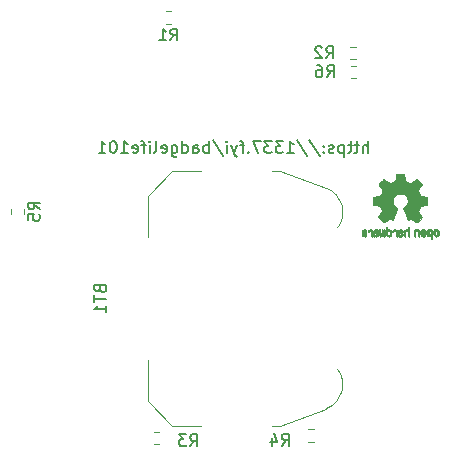
<source format=gbr>
%TF.GenerationSoftware,KiCad,Pcbnew,7.0.7*%
%TF.CreationDate,2023-09-02T14:38:41-07:00*%
%TF.ProjectId,badgelife101,62616467-656c-4696-9665-3130312e6b69,rev?*%
%TF.SameCoordinates,Original*%
%TF.FileFunction,Legend,Bot*%
%TF.FilePolarity,Positive*%
%FSLAX46Y46*%
G04 Gerber Fmt 4.6, Leading zero omitted, Abs format (unit mm)*
G04 Created by KiCad (PCBNEW 7.0.7) date 2023-09-02 14:38:41*
%MOMM*%
%LPD*%
G01*
G04 APERTURE LIST*
%ADD10C,0.150000*%
%ADD11C,0.010000*%
%ADD12C,0.120000*%
G04 APERTURE END LIST*
D10*
X143863220Y-84669819D02*
X143863220Y-83669819D01*
X143434649Y-84669819D02*
X143434649Y-84146009D01*
X143434649Y-84146009D02*
X143482268Y-84050771D01*
X143482268Y-84050771D02*
X143577506Y-84003152D01*
X143577506Y-84003152D02*
X143720363Y-84003152D01*
X143720363Y-84003152D02*
X143815601Y-84050771D01*
X143815601Y-84050771D02*
X143863220Y-84098390D01*
X143101315Y-84003152D02*
X142720363Y-84003152D01*
X142958458Y-83669819D02*
X142958458Y-84526961D01*
X142958458Y-84526961D02*
X142910839Y-84622200D01*
X142910839Y-84622200D02*
X142815601Y-84669819D01*
X142815601Y-84669819D02*
X142720363Y-84669819D01*
X142529886Y-84003152D02*
X142148934Y-84003152D01*
X142387029Y-83669819D02*
X142387029Y-84526961D01*
X142387029Y-84526961D02*
X142339410Y-84622200D01*
X142339410Y-84622200D02*
X142244172Y-84669819D01*
X142244172Y-84669819D02*
X142148934Y-84669819D01*
X141815600Y-84003152D02*
X141815600Y-85003152D01*
X141815600Y-84050771D02*
X141720362Y-84003152D01*
X141720362Y-84003152D02*
X141529886Y-84003152D01*
X141529886Y-84003152D02*
X141434648Y-84050771D01*
X141434648Y-84050771D02*
X141387029Y-84098390D01*
X141387029Y-84098390D02*
X141339410Y-84193628D01*
X141339410Y-84193628D02*
X141339410Y-84479342D01*
X141339410Y-84479342D02*
X141387029Y-84574580D01*
X141387029Y-84574580D02*
X141434648Y-84622200D01*
X141434648Y-84622200D02*
X141529886Y-84669819D01*
X141529886Y-84669819D02*
X141720362Y-84669819D01*
X141720362Y-84669819D02*
X141815600Y-84622200D01*
X140958457Y-84622200D02*
X140863219Y-84669819D01*
X140863219Y-84669819D02*
X140672743Y-84669819D01*
X140672743Y-84669819D02*
X140577505Y-84622200D01*
X140577505Y-84622200D02*
X140529886Y-84526961D01*
X140529886Y-84526961D02*
X140529886Y-84479342D01*
X140529886Y-84479342D02*
X140577505Y-84384104D01*
X140577505Y-84384104D02*
X140672743Y-84336485D01*
X140672743Y-84336485D02*
X140815600Y-84336485D01*
X140815600Y-84336485D02*
X140910838Y-84288866D01*
X140910838Y-84288866D02*
X140958457Y-84193628D01*
X140958457Y-84193628D02*
X140958457Y-84146009D01*
X140958457Y-84146009D02*
X140910838Y-84050771D01*
X140910838Y-84050771D02*
X140815600Y-84003152D01*
X140815600Y-84003152D02*
X140672743Y-84003152D01*
X140672743Y-84003152D02*
X140577505Y-84050771D01*
X140101314Y-84574580D02*
X140053695Y-84622200D01*
X140053695Y-84622200D02*
X140101314Y-84669819D01*
X140101314Y-84669819D02*
X140148933Y-84622200D01*
X140148933Y-84622200D02*
X140101314Y-84574580D01*
X140101314Y-84574580D02*
X140101314Y-84669819D01*
X140101314Y-84050771D02*
X140053695Y-84098390D01*
X140053695Y-84098390D02*
X140101314Y-84146009D01*
X140101314Y-84146009D02*
X140148933Y-84098390D01*
X140148933Y-84098390D02*
X140101314Y-84050771D01*
X140101314Y-84050771D02*
X140101314Y-84146009D01*
X138910839Y-83622200D02*
X139767981Y-84907914D01*
X137863220Y-83622200D02*
X138720362Y-84907914D01*
X137006077Y-84669819D02*
X137577505Y-84669819D01*
X137291791Y-84669819D02*
X137291791Y-83669819D01*
X137291791Y-83669819D02*
X137387029Y-83812676D01*
X137387029Y-83812676D02*
X137482267Y-83907914D01*
X137482267Y-83907914D02*
X137577505Y-83955533D01*
X136672743Y-83669819D02*
X136053696Y-83669819D01*
X136053696Y-83669819D02*
X136387029Y-84050771D01*
X136387029Y-84050771D02*
X136244172Y-84050771D01*
X136244172Y-84050771D02*
X136148934Y-84098390D01*
X136148934Y-84098390D02*
X136101315Y-84146009D01*
X136101315Y-84146009D02*
X136053696Y-84241247D01*
X136053696Y-84241247D02*
X136053696Y-84479342D01*
X136053696Y-84479342D02*
X136101315Y-84574580D01*
X136101315Y-84574580D02*
X136148934Y-84622200D01*
X136148934Y-84622200D02*
X136244172Y-84669819D01*
X136244172Y-84669819D02*
X136529886Y-84669819D01*
X136529886Y-84669819D02*
X136625124Y-84622200D01*
X136625124Y-84622200D02*
X136672743Y-84574580D01*
X135720362Y-83669819D02*
X135101315Y-83669819D01*
X135101315Y-83669819D02*
X135434648Y-84050771D01*
X135434648Y-84050771D02*
X135291791Y-84050771D01*
X135291791Y-84050771D02*
X135196553Y-84098390D01*
X135196553Y-84098390D02*
X135148934Y-84146009D01*
X135148934Y-84146009D02*
X135101315Y-84241247D01*
X135101315Y-84241247D02*
X135101315Y-84479342D01*
X135101315Y-84479342D02*
X135148934Y-84574580D01*
X135148934Y-84574580D02*
X135196553Y-84622200D01*
X135196553Y-84622200D02*
X135291791Y-84669819D01*
X135291791Y-84669819D02*
X135577505Y-84669819D01*
X135577505Y-84669819D02*
X135672743Y-84622200D01*
X135672743Y-84622200D02*
X135720362Y-84574580D01*
X134767981Y-83669819D02*
X134101315Y-83669819D01*
X134101315Y-83669819D02*
X134529886Y-84669819D01*
X133720362Y-84574580D02*
X133672743Y-84622200D01*
X133672743Y-84622200D02*
X133720362Y-84669819D01*
X133720362Y-84669819D02*
X133767981Y-84622200D01*
X133767981Y-84622200D02*
X133720362Y-84574580D01*
X133720362Y-84574580D02*
X133720362Y-84669819D01*
X133387029Y-84003152D02*
X133006077Y-84003152D01*
X133244172Y-84669819D02*
X133244172Y-83812676D01*
X133244172Y-83812676D02*
X133196553Y-83717438D01*
X133196553Y-83717438D02*
X133101315Y-83669819D01*
X133101315Y-83669819D02*
X133006077Y-83669819D01*
X132767981Y-84003152D02*
X132529886Y-84669819D01*
X132291791Y-84003152D02*
X132529886Y-84669819D01*
X132529886Y-84669819D02*
X132625124Y-84907914D01*
X132625124Y-84907914D02*
X132672743Y-84955533D01*
X132672743Y-84955533D02*
X132767981Y-85003152D01*
X131910838Y-84669819D02*
X131910838Y-84003152D01*
X131910838Y-83669819D02*
X131958457Y-83717438D01*
X131958457Y-83717438D02*
X131910838Y-83765057D01*
X131910838Y-83765057D02*
X131863219Y-83717438D01*
X131863219Y-83717438D02*
X131910838Y-83669819D01*
X131910838Y-83669819D02*
X131910838Y-83765057D01*
X130720363Y-83622200D02*
X131577505Y-84907914D01*
X130387029Y-84669819D02*
X130387029Y-83669819D01*
X130387029Y-84050771D02*
X130291791Y-84003152D01*
X130291791Y-84003152D02*
X130101315Y-84003152D01*
X130101315Y-84003152D02*
X130006077Y-84050771D01*
X130006077Y-84050771D02*
X129958458Y-84098390D01*
X129958458Y-84098390D02*
X129910839Y-84193628D01*
X129910839Y-84193628D02*
X129910839Y-84479342D01*
X129910839Y-84479342D02*
X129958458Y-84574580D01*
X129958458Y-84574580D02*
X130006077Y-84622200D01*
X130006077Y-84622200D02*
X130101315Y-84669819D01*
X130101315Y-84669819D02*
X130291791Y-84669819D01*
X130291791Y-84669819D02*
X130387029Y-84622200D01*
X129053696Y-84669819D02*
X129053696Y-84146009D01*
X129053696Y-84146009D02*
X129101315Y-84050771D01*
X129101315Y-84050771D02*
X129196553Y-84003152D01*
X129196553Y-84003152D02*
X129387029Y-84003152D01*
X129387029Y-84003152D02*
X129482267Y-84050771D01*
X129053696Y-84622200D02*
X129148934Y-84669819D01*
X129148934Y-84669819D02*
X129387029Y-84669819D01*
X129387029Y-84669819D02*
X129482267Y-84622200D01*
X129482267Y-84622200D02*
X129529886Y-84526961D01*
X129529886Y-84526961D02*
X129529886Y-84431723D01*
X129529886Y-84431723D02*
X129482267Y-84336485D01*
X129482267Y-84336485D02*
X129387029Y-84288866D01*
X129387029Y-84288866D02*
X129148934Y-84288866D01*
X129148934Y-84288866D02*
X129053696Y-84241247D01*
X128148934Y-84669819D02*
X128148934Y-83669819D01*
X128148934Y-84622200D02*
X128244172Y-84669819D01*
X128244172Y-84669819D02*
X128434648Y-84669819D01*
X128434648Y-84669819D02*
X128529886Y-84622200D01*
X128529886Y-84622200D02*
X128577505Y-84574580D01*
X128577505Y-84574580D02*
X128625124Y-84479342D01*
X128625124Y-84479342D02*
X128625124Y-84193628D01*
X128625124Y-84193628D02*
X128577505Y-84098390D01*
X128577505Y-84098390D02*
X128529886Y-84050771D01*
X128529886Y-84050771D02*
X128434648Y-84003152D01*
X128434648Y-84003152D02*
X128244172Y-84003152D01*
X128244172Y-84003152D02*
X128148934Y-84050771D01*
X127244172Y-84003152D02*
X127244172Y-84812676D01*
X127244172Y-84812676D02*
X127291791Y-84907914D01*
X127291791Y-84907914D02*
X127339410Y-84955533D01*
X127339410Y-84955533D02*
X127434648Y-85003152D01*
X127434648Y-85003152D02*
X127577505Y-85003152D01*
X127577505Y-85003152D02*
X127672743Y-84955533D01*
X127244172Y-84622200D02*
X127339410Y-84669819D01*
X127339410Y-84669819D02*
X127529886Y-84669819D01*
X127529886Y-84669819D02*
X127625124Y-84622200D01*
X127625124Y-84622200D02*
X127672743Y-84574580D01*
X127672743Y-84574580D02*
X127720362Y-84479342D01*
X127720362Y-84479342D02*
X127720362Y-84193628D01*
X127720362Y-84193628D02*
X127672743Y-84098390D01*
X127672743Y-84098390D02*
X127625124Y-84050771D01*
X127625124Y-84050771D02*
X127529886Y-84003152D01*
X127529886Y-84003152D02*
X127339410Y-84003152D01*
X127339410Y-84003152D02*
X127244172Y-84050771D01*
X126387029Y-84622200D02*
X126482267Y-84669819D01*
X126482267Y-84669819D02*
X126672743Y-84669819D01*
X126672743Y-84669819D02*
X126767981Y-84622200D01*
X126767981Y-84622200D02*
X126815600Y-84526961D01*
X126815600Y-84526961D02*
X126815600Y-84146009D01*
X126815600Y-84146009D02*
X126767981Y-84050771D01*
X126767981Y-84050771D02*
X126672743Y-84003152D01*
X126672743Y-84003152D02*
X126482267Y-84003152D01*
X126482267Y-84003152D02*
X126387029Y-84050771D01*
X126387029Y-84050771D02*
X126339410Y-84146009D01*
X126339410Y-84146009D02*
X126339410Y-84241247D01*
X126339410Y-84241247D02*
X126815600Y-84336485D01*
X125767981Y-84669819D02*
X125863219Y-84622200D01*
X125863219Y-84622200D02*
X125910838Y-84526961D01*
X125910838Y-84526961D02*
X125910838Y-83669819D01*
X125387028Y-84669819D02*
X125387028Y-84003152D01*
X125387028Y-83669819D02*
X125434647Y-83717438D01*
X125434647Y-83717438D02*
X125387028Y-83765057D01*
X125387028Y-83765057D02*
X125339409Y-83717438D01*
X125339409Y-83717438D02*
X125387028Y-83669819D01*
X125387028Y-83669819D02*
X125387028Y-83765057D01*
X125053695Y-84003152D02*
X124672743Y-84003152D01*
X124910838Y-84669819D02*
X124910838Y-83812676D01*
X124910838Y-83812676D02*
X124863219Y-83717438D01*
X124863219Y-83717438D02*
X124767981Y-83669819D01*
X124767981Y-83669819D02*
X124672743Y-83669819D01*
X123958457Y-84622200D02*
X124053695Y-84669819D01*
X124053695Y-84669819D02*
X124244171Y-84669819D01*
X124244171Y-84669819D02*
X124339409Y-84622200D01*
X124339409Y-84622200D02*
X124387028Y-84526961D01*
X124387028Y-84526961D02*
X124387028Y-84146009D01*
X124387028Y-84146009D02*
X124339409Y-84050771D01*
X124339409Y-84050771D02*
X124244171Y-84003152D01*
X124244171Y-84003152D02*
X124053695Y-84003152D01*
X124053695Y-84003152D02*
X123958457Y-84050771D01*
X123958457Y-84050771D02*
X123910838Y-84146009D01*
X123910838Y-84146009D02*
X123910838Y-84241247D01*
X123910838Y-84241247D02*
X124387028Y-84336485D01*
X122958457Y-84669819D02*
X123529885Y-84669819D01*
X123244171Y-84669819D02*
X123244171Y-83669819D01*
X123244171Y-83669819D02*
X123339409Y-83812676D01*
X123339409Y-83812676D02*
X123434647Y-83907914D01*
X123434647Y-83907914D02*
X123529885Y-83955533D01*
X122339409Y-83669819D02*
X122244171Y-83669819D01*
X122244171Y-83669819D02*
X122148933Y-83717438D01*
X122148933Y-83717438D02*
X122101314Y-83765057D01*
X122101314Y-83765057D02*
X122053695Y-83860295D01*
X122053695Y-83860295D02*
X122006076Y-84050771D01*
X122006076Y-84050771D02*
X122006076Y-84288866D01*
X122006076Y-84288866D02*
X122053695Y-84479342D01*
X122053695Y-84479342D02*
X122101314Y-84574580D01*
X122101314Y-84574580D02*
X122148933Y-84622200D01*
X122148933Y-84622200D02*
X122244171Y-84669819D01*
X122244171Y-84669819D02*
X122339409Y-84669819D01*
X122339409Y-84669819D02*
X122434647Y-84622200D01*
X122434647Y-84622200D02*
X122482266Y-84574580D01*
X122482266Y-84574580D02*
X122529885Y-84479342D01*
X122529885Y-84479342D02*
X122577504Y-84288866D01*
X122577504Y-84288866D02*
X122577504Y-84050771D01*
X122577504Y-84050771D02*
X122529885Y-83860295D01*
X122529885Y-83860295D02*
X122482266Y-83765057D01*
X122482266Y-83765057D02*
X122434647Y-83717438D01*
X122434647Y-83717438D02*
X122339409Y-83669819D01*
X121053695Y-84669819D02*
X121625123Y-84669819D01*
X121339409Y-84669819D02*
X121339409Y-83669819D01*
X121339409Y-83669819D02*
X121434647Y-83812676D01*
X121434647Y-83812676D02*
X121529885Y-83907914D01*
X121529885Y-83907914D02*
X121625123Y-83955533D01*
X140391666Y-78254819D02*
X140724999Y-77778628D01*
X140963094Y-78254819D02*
X140963094Y-77254819D01*
X140963094Y-77254819D02*
X140582142Y-77254819D01*
X140582142Y-77254819D02*
X140486904Y-77302438D01*
X140486904Y-77302438D02*
X140439285Y-77350057D01*
X140439285Y-77350057D02*
X140391666Y-77445295D01*
X140391666Y-77445295D02*
X140391666Y-77588152D01*
X140391666Y-77588152D02*
X140439285Y-77683390D01*
X140439285Y-77683390D02*
X140486904Y-77731009D01*
X140486904Y-77731009D02*
X140582142Y-77778628D01*
X140582142Y-77778628D02*
X140963094Y-77778628D01*
X139534523Y-77254819D02*
X139724999Y-77254819D01*
X139724999Y-77254819D02*
X139820237Y-77302438D01*
X139820237Y-77302438D02*
X139867856Y-77350057D01*
X139867856Y-77350057D02*
X139963094Y-77492914D01*
X139963094Y-77492914D02*
X140010713Y-77683390D01*
X140010713Y-77683390D02*
X140010713Y-78064342D01*
X140010713Y-78064342D02*
X139963094Y-78159580D01*
X139963094Y-78159580D02*
X139915475Y-78207200D01*
X139915475Y-78207200D02*
X139820237Y-78254819D01*
X139820237Y-78254819D02*
X139629761Y-78254819D01*
X139629761Y-78254819D02*
X139534523Y-78207200D01*
X139534523Y-78207200D02*
X139486904Y-78159580D01*
X139486904Y-78159580D02*
X139439285Y-78064342D01*
X139439285Y-78064342D02*
X139439285Y-77826247D01*
X139439285Y-77826247D02*
X139486904Y-77731009D01*
X139486904Y-77731009D02*
X139534523Y-77683390D01*
X139534523Y-77683390D02*
X139629761Y-77635771D01*
X139629761Y-77635771D02*
X139820237Y-77635771D01*
X139820237Y-77635771D02*
X139915475Y-77683390D01*
X139915475Y-77683390D02*
X139963094Y-77731009D01*
X139963094Y-77731009D02*
X140010713Y-77826247D01*
X116084819Y-89458333D02*
X115608628Y-89125000D01*
X116084819Y-88886905D02*
X115084819Y-88886905D01*
X115084819Y-88886905D02*
X115084819Y-89267857D01*
X115084819Y-89267857D02*
X115132438Y-89363095D01*
X115132438Y-89363095D02*
X115180057Y-89410714D01*
X115180057Y-89410714D02*
X115275295Y-89458333D01*
X115275295Y-89458333D02*
X115418152Y-89458333D01*
X115418152Y-89458333D02*
X115513390Y-89410714D01*
X115513390Y-89410714D02*
X115561009Y-89363095D01*
X115561009Y-89363095D02*
X115608628Y-89267857D01*
X115608628Y-89267857D02*
X115608628Y-88886905D01*
X115084819Y-90363095D02*
X115084819Y-89886905D01*
X115084819Y-89886905D02*
X115561009Y-89839286D01*
X115561009Y-89839286D02*
X115513390Y-89886905D01*
X115513390Y-89886905D02*
X115465771Y-89982143D01*
X115465771Y-89982143D02*
X115465771Y-90220238D01*
X115465771Y-90220238D02*
X115513390Y-90315476D01*
X115513390Y-90315476D02*
X115561009Y-90363095D01*
X115561009Y-90363095D02*
X115656247Y-90410714D01*
X115656247Y-90410714D02*
X115894342Y-90410714D01*
X115894342Y-90410714D02*
X115989580Y-90363095D01*
X115989580Y-90363095D02*
X116037200Y-90315476D01*
X116037200Y-90315476D02*
X116084819Y-90220238D01*
X116084819Y-90220238D02*
X116084819Y-89982143D01*
X116084819Y-89982143D02*
X116037200Y-89886905D01*
X116037200Y-89886905D02*
X115989580Y-89839286D01*
X136566666Y-109454819D02*
X136899999Y-108978628D01*
X137138094Y-109454819D02*
X137138094Y-108454819D01*
X137138094Y-108454819D02*
X136757142Y-108454819D01*
X136757142Y-108454819D02*
X136661904Y-108502438D01*
X136661904Y-108502438D02*
X136614285Y-108550057D01*
X136614285Y-108550057D02*
X136566666Y-108645295D01*
X136566666Y-108645295D02*
X136566666Y-108788152D01*
X136566666Y-108788152D02*
X136614285Y-108883390D01*
X136614285Y-108883390D02*
X136661904Y-108931009D01*
X136661904Y-108931009D02*
X136757142Y-108978628D01*
X136757142Y-108978628D02*
X137138094Y-108978628D01*
X135709523Y-108788152D02*
X135709523Y-109454819D01*
X135947618Y-108407200D02*
X136185713Y-109121485D01*
X136185713Y-109121485D02*
X135566666Y-109121485D01*
X128816666Y-109504819D02*
X129149999Y-109028628D01*
X129388094Y-109504819D02*
X129388094Y-108504819D01*
X129388094Y-108504819D02*
X129007142Y-108504819D01*
X129007142Y-108504819D02*
X128911904Y-108552438D01*
X128911904Y-108552438D02*
X128864285Y-108600057D01*
X128864285Y-108600057D02*
X128816666Y-108695295D01*
X128816666Y-108695295D02*
X128816666Y-108838152D01*
X128816666Y-108838152D02*
X128864285Y-108933390D01*
X128864285Y-108933390D02*
X128911904Y-108981009D01*
X128911904Y-108981009D02*
X129007142Y-109028628D01*
X129007142Y-109028628D02*
X129388094Y-109028628D01*
X128483332Y-108504819D02*
X127864285Y-108504819D01*
X127864285Y-108504819D02*
X128197618Y-108885771D01*
X128197618Y-108885771D02*
X128054761Y-108885771D01*
X128054761Y-108885771D02*
X127959523Y-108933390D01*
X127959523Y-108933390D02*
X127911904Y-108981009D01*
X127911904Y-108981009D02*
X127864285Y-109076247D01*
X127864285Y-109076247D02*
X127864285Y-109314342D01*
X127864285Y-109314342D02*
X127911904Y-109409580D01*
X127911904Y-109409580D02*
X127959523Y-109457200D01*
X127959523Y-109457200D02*
X128054761Y-109504819D01*
X128054761Y-109504819D02*
X128340475Y-109504819D01*
X128340475Y-109504819D02*
X128435713Y-109457200D01*
X128435713Y-109457200D02*
X128483332Y-109409580D01*
X140341666Y-76654819D02*
X140674999Y-76178628D01*
X140913094Y-76654819D02*
X140913094Y-75654819D01*
X140913094Y-75654819D02*
X140532142Y-75654819D01*
X140532142Y-75654819D02*
X140436904Y-75702438D01*
X140436904Y-75702438D02*
X140389285Y-75750057D01*
X140389285Y-75750057D02*
X140341666Y-75845295D01*
X140341666Y-75845295D02*
X140341666Y-75988152D01*
X140341666Y-75988152D02*
X140389285Y-76083390D01*
X140389285Y-76083390D02*
X140436904Y-76131009D01*
X140436904Y-76131009D02*
X140532142Y-76178628D01*
X140532142Y-76178628D02*
X140913094Y-76178628D01*
X139960713Y-75750057D02*
X139913094Y-75702438D01*
X139913094Y-75702438D02*
X139817856Y-75654819D01*
X139817856Y-75654819D02*
X139579761Y-75654819D01*
X139579761Y-75654819D02*
X139484523Y-75702438D01*
X139484523Y-75702438D02*
X139436904Y-75750057D01*
X139436904Y-75750057D02*
X139389285Y-75845295D01*
X139389285Y-75845295D02*
X139389285Y-75940533D01*
X139389285Y-75940533D02*
X139436904Y-76083390D01*
X139436904Y-76083390D02*
X140008332Y-76654819D01*
X140008332Y-76654819D02*
X139389285Y-76654819D01*
X127141666Y-75154819D02*
X127474999Y-74678628D01*
X127713094Y-75154819D02*
X127713094Y-74154819D01*
X127713094Y-74154819D02*
X127332142Y-74154819D01*
X127332142Y-74154819D02*
X127236904Y-74202438D01*
X127236904Y-74202438D02*
X127189285Y-74250057D01*
X127189285Y-74250057D02*
X127141666Y-74345295D01*
X127141666Y-74345295D02*
X127141666Y-74488152D01*
X127141666Y-74488152D02*
X127189285Y-74583390D01*
X127189285Y-74583390D02*
X127236904Y-74631009D01*
X127236904Y-74631009D02*
X127332142Y-74678628D01*
X127332142Y-74678628D02*
X127713094Y-74678628D01*
X126189285Y-75154819D02*
X126760713Y-75154819D01*
X126474999Y-75154819D02*
X126474999Y-74154819D01*
X126474999Y-74154819D02*
X126570237Y-74297676D01*
X126570237Y-74297676D02*
X126665475Y-74392914D01*
X126665475Y-74392914D02*
X126760713Y-74440533D01*
X121181009Y-96214285D02*
X121228628Y-96357142D01*
X121228628Y-96357142D02*
X121276247Y-96404761D01*
X121276247Y-96404761D02*
X121371485Y-96452380D01*
X121371485Y-96452380D02*
X121514342Y-96452380D01*
X121514342Y-96452380D02*
X121609580Y-96404761D01*
X121609580Y-96404761D02*
X121657200Y-96357142D01*
X121657200Y-96357142D02*
X121704819Y-96261904D01*
X121704819Y-96261904D02*
X121704819Y-95880952D01*
X121704819Y-95880952D02*
X120704819Y-95880952D01*
X120704819Y-95880952D02*
X120704819Y-96214285D01*
X120704819Y-96214285D02*
X120752438Y-96309523D01*
X120752438Y-96309523D02*
X120800057Y-96357142D01*
X120800057Y-96357142D02*
X120895295Y-96404761D01*
X120895295Y-96404761D02*
X120990533Y-96404761D01*
X120990533Y-96404761D02*
X121085771Y-96357142D01*
X121085771Y-96357142D02*
X121133390Y-96309523D01*
X121133390Y-96309523D02*
X121181009Y-96214285D01*
X121181009Y-96214285D02*
X121181009Y-95880952D01*
X120704819Y-96738095D02*
X120704819Y-97309523D01*
X121704819Y-97023809D02*
X120704819Y-97023809D01*
X121704819Y-98166666D02*
X121704819Y-97595238D01*
X121704819Y-97880952D02*
X120704819Y-97880952D01*
X120704819Y-97880952D02*
X120847676Y-97785714D01*
X120847676Y-97785714D02*
X120942914Y-97690476D01*
X120942914Y-97690476D02*
X120990533Y-97595238D01*
%TO.C,REF\u002A\u002A*%
D11*
X145253941Y-91149282D02*
X145285774Y-91161758D01*
X145322743Y-91178602D01*
X145322743Y-91665196D01*
X145276812Y-91711127D01*
X145266320Y-91721427D01*
X145237255Y-91744320D01*
X145207943Y-91751735D01*
X145164326Y-91748321D01*
X145146568Y-91746114D01*
X145100767Y-91741445D01*
X145068743Y-91739585D01*
X145059244Y-91739869D01*
X145020274Y-91742948D01*
X144973160Y-91748321D01*
X144958085Y-91750168D01*
X144920110Y-91750893D01*
X144892325Y-91739429D01*
X144860674Y-91711127D01*
X144814743Y-91665196D01*
X144814743Y-91405055D01*
X144815101Y-91328180D01*
X144816216Y-91254886D01*
X144817952Y-91196850D01*
X144820167Y-91158663D01*
X144822721Y-91144914D01*
X144823256Y-91144951D01*
X144841808Y-91151793D01*
X144873153Y-91166868D01*
X144915608Y-91188822D01*
X144919604Y-91417240D01*
X144923600Y-91645657D01*
X145010686Y-91645657D01*
X145014657Y-91395286D01*
X145015916Y-91327227D01*
X145017718Y-91254482D01*
X145019671Y-91196730D01*
X145021612Y-91158648D01*
X145023377Y-91144914D01*
X145023885Y-91144962D01*
X145041482Y-91150015D01*
X145073834Y-91160849D01*
X145119543Y-91176783D01*
X145119765Y-91396706D01*
X145119988Y-91434909D01*
X145121531Y-91509146D01*
X145124292Y-91571145D01*
X145127977Y-91615308D01*
X145132292Y-91636041D01*
X145147732Y-91647131D01*
X145179241Y-91650556D01*
X145213886Y-91645657D01*
X145217857Y-91395286D01*
X145219278Y-91331663D01*
X145222225Y-91256356D01*
X145226079Y-91197286D01*
X145230542Y-91158718D01*
X145235317Y-91144914D01*
X145253941Y-91149282D01*
G36*
X145253941Y-91149282D02*
G01*
X145285774Y-91161758D01*
X145322743Y-91178602D01*
X145322743Y-91665196D01*
X145276812Y-91711127D01*
X145266320Y-91721427D01*
X145237255Y-91744320D01*
X145207943Y-91751735D01*
X145164326Y-91748321D01*
X145146568Y-91746114D01*
X145100767Y-91741445D01*
X145068743Y-91739585D01*
X145059244Y-91739869D01*
X145020274Y-91742948D01*
X144973160Y-91748321D01*
X144958085Y-91750168D01*
X144920110Y-91750893D01*
X144892325Y-91739429D01*
X144860674Y-91711127D01*
X144814743Y-91665196D01*
X144814743Y-91405055D01*
X144815101Y-91328180D01*
X144816216Y-91254886D01*
X144817952Y-91196850D01*
X144820167Y-91158663D01*
X144822721Y-91144914D01*
X144823256Y-91144951D01*
X144841808Y-91151793D01*
X144873153Y-91166868D01*
X144915608Y-91188822D01*
X144919604Y-91417240D01*
X144923600Y-91645657D01*
X145010686Y-91645657D01*
X145014657Y-91395286D01*
X145015916Y-91327227D01*
X145017718Y-91254482D01*
X145019671Y-91196730D01*
X145021612Y-91158648D01*
X145023377Y-91144914D01*
X145023885Y-91144962D01*
X145041482Y-91150015D01*
X145073834Y-91160849D01*
X145119543Y-91176783D01*
X145119765Y-91396706D01*
X145119988Y-91434909D01*
X145121531Y-91509146D01*
X145124292Y-91571145D01*
X145127977Y-91615308D01*
X145132292Y-91636041D01*
X145147732Y-91647131D01*
X145179241Y-91650556D01*
X145213886Y-91645657D01*
X145217857Y-91395286D01*
X145219278Y-91331663D01*
X145222225Y-91256356D01*
X145226079Y-91197286D01*
X145230542Y-91158718D01*
X145235317Y-91144914D01*
X145253941Y-91149282D01*
G37*
X149865714Y-91435200D02*
X149865701Y-91450935D01*
X149864914Y-91521119D01*
X149862210Y-91570022D01*
X149856606Y-91604178D01*
X149847119Y-91630124D01*
X149832768Y-91654397D01*
X149829237Y-91659433D01*
X149791878Y-91699143D01*
X149749311Y-91729092D01*
X149727452Y-91738810D01*
X149648908Y-91755020D01*
X149571231Y-91744535D01*
X149499645Y-91708707D01*
X149439374Y-91648887D01*
X149434286Y-91640873D01*
X149417730Y-91594342D01*
X149406573Y-91529552D01*
X149401160Y-91454727D01*
X149401768Y-91385513D01*
X149548248Y-91385513D01*
X149549402Y-91481399D01*
X149549866Y-91487569D01*
X149556629Y-91540478D01*
X149568671Y-91574029D01*
X149589005Y-91597016D01*
X149623097Y-91618548D01*
X149656814Y-91619680D01*
X149691543Y-91594857D01*
X149697584Y-91588325D01*
X149709417Y-91568779D01*
X149716404Y-91540386D01*
X149719727Y-91496430D01*
X149720571Y-91430192D01*
X149719125Y-91368150D01*
X149711907Y-91309042D01*
X149697006Y-91271686D01*
X149672636Y-91252152D01*
X149637008Y-91246514D01*
X149623440Y-91247635D01*
X149585430Y-91268194D01*
X149560312Y-91314299D01*
X149548248Y-91385513D01*
X149401768Y-91385513D01*
X149401833Y-91378096D01*
X149408937Y-91307882D01*
X149422815Y-91252312D01*
X149440649Y-91215301D01*
X149490855Y-91157733D01*
X149558885Y-91121962D01*
X149642158Y-91109665D01*
X149664398Y-91110331D01*
X149729891Y-91123947D01*
X149783687Y-91158249D01*
X149833057Y-91217338D01*
X149835995Y-91221722D01*
X149849287Y-91245299D01*
X149857932Y-91271949D01*
X149862904Y-91308159D01*
X149865174Y-91360413D01*
X149865678Y-91430192D01*
X149865714Y-91435200D01*
G36*
X149865714Y-91435200D02*
G01*
X149865701Y-91450935D01*
X149864914Y-91521119D01*
X149862210Y-91570022D01*
X149856606Y-91604178D01*
X149847119Y-91630124D01*
X149832768Y-91654397D01*
X149829237Y-91659433D01*
X149791878Y-91699143D01*
X149749311Y-91729092D01*
X149727452Y-91738810D01*
X149648908Y-91755020D01*
X149571231Y-91744535D01*
X149499645Y-91708707D01*
X149439374Y-91648887D01*
X149434286Y-91640873D01*
X149417730Y-91594342D01*
X149406573Y-91529552D01*
X149401160Y-91454727D01*
X149401768Y-91385513D01*
X149548248Y-91385513D01*
X149549402Y-91481399D01*
X149549866Y-91487569D01*
X149556629Y-91540478D01*
X149568671Y-91574029D01*
X149589005Y-91597016D01*
X149623097Y-91618548D01*
X149656814Y-91619680D01*
X149691543Y-91594857D01*
X149697584Y-91588325D01*
X149709417Y-91568779D01*
X149716404Y-91540386D01*
X149719727Y-91496430D01*
X149720571Y-91430192D01*
X149719125Y-91368150D01*
X149711907Y-91309042D01*
X149697006Y-91271686D01*
X149672636Y-91252152D01*
X149637008Y-91246514D01*
X149623440Y-91247635D01*
X149585430Y-91268194D01*
X149560312Y-91314299D01*
X149548248Y-91385513D01*
X149401768Y-91385513D01*
X149401833Y-91378096D01*
X149408937Y-91307882D01*
X149422815Y-91252312D01*
X149440649Y-91215301D01*
X149490855Y-91157733D01*
X149558885Y-91121962D01*
X149642158Y-91109665D01*
X149664398Y-91110331D01*
X149729891Y-91123947D01*
X149783687Y-91158249D01*
X149833057Y-91217338D01*
X149835995Y-91221722D01*
X149849287Y-91245299D01*
X149857932Y-91271949D01*
X149862904Y-91308159D01*
X149865174Y-91360413D01*
X149865678Y-91430192D01*
X149865714Y-91435200D01*
G37*
X143740590Y-91452622D02*
X143740307Y-91491305D01*
X143736762Y-91567521D01*
X143727483Y-91623294D01*
X143710375Y-91664613D01*
X143683344Y-91697467D01*
X143644292Y-91727846D01*
X143619445Y-91741660D01*
X143579615Y-91750965D01*
X143523665Y-91750230D01*
X143492385Y-91747283D01*
X143454653Y-91738283D01*
X143424494Y-91718720D01*
X143389408Y-91682267D01*
X143384720Y-91676943D01*
X143353177Y-91635969D01*
X143338128Y-91600283D01*
X143334286Y-91557966D01*
X143334286Y-91495779D01*
X143377742Y-91512182D01*
X143409424Y-91531356D01*
X143436962Y-91576347D01*
X143442711Y-91590752D01*
X143474855Y-91631546D01*
X143518611Y-91652081D01*
X143566254Y-91650235D01*
X143610057Y-91623886D01*
X143625111Y-91607455D01*
X143638763Y-91582667D01*
X143634493Y-91560144D01*
X143609916Y-91536964D01*
X143562651Y-91510202D01*
X143490314Y-91476934D01*
X143341543Y-91411816D01*
X143337595Y-91347308D01*
X143339079Y-91306220D01*
X143436010Y-91306220D01*
X143443368Y-91331657D01*
X143476848Y-91358814D01*
X143537614Y-91389714D01*
X143547669Y-91394190D01*
X143595751Y-91415017D01*
X143631726Y-91429665D01*
X143648444Y-91435200D01*
X143650977Y-91431126D01*
X143651993Y-91406247D01*
X143648369Y-91366257D01*
X143639242Y-91327152D01*
X143610773Y-91277884D01*
X143569678Y-91250122D01*
X143520590Y-91246364D01*
X143468144Y-91269109D01*
X143453609Y-91280481D01*
X143436010Y-91306220D01*
X143339079Y-91306220D01*
X143339338Y-91299064D01*
X143361281Y-91238096D01*
X143388979Y-91204497D01*
X143446405Y-91166966D01*
X143514527Y-91148006D01*
X143584947Y-91149507D01*
X143649267Y-91173355D01*
X143663426Y-91182513D01*
X143695904Y-91210849D01*
X143718116Y-91246695D01*
X143731804Y-91295384D01*
X143738715Y-91362249D01*
X143739628Y-91406247D01*
X143740590Y-91452622D01*
G36*
X143740590Y-91452622D02*
G01*
X143740307Y-91491305D01*
X143736762Y-91567521D01*
X143727483Y-91623294D01*
X143710375Y-91664613D01*
X143683344Y-91697467D01*
X143644292Y-91727846D01*
X143619445Y-91741660D01*
X143579615Y-91750965D01*
X143523665Y-91750230D01*
X143492385Y-91747283D01*
X143454653Y-91738283D01*
X143424494Y-91718720D01*
X143389408Y-91682267D01*
X143384720Y-91676943D01*
X143353177Y-91635969D01*
X143338128Y-91600283D01*
X143334286Y-91557966D01*
X143334286Y-91495779D01*
X143377742Y-91512182D01*
X143409424Y-91531356D01*
X143436962Y-91576347D01*
X143442711Y-91590752D01*
X143474855Y-91631546D01*
X143518611Y-91652081D01*
X143566254Y-91650235D01*
X143610057Y-91623886D01*
X143625111Y-91607455D01*
X143638763Y-91582667D01*
X143634493Y-91560144D01*
X143609916Y-91536964D01*
X143562651Y-91510202D01*
X143490314Y-91476934D01*
X143341543Y-91411816D01*
X143337595Y-91347308D01*
X143339079Y-91306220D01*
X143436010Y-91306220D01*
X143443368Y-91331657D01*
X143476848Y-91358814D01*
X143537614Y-91389714D01*
X143547669Y-91394190D01*
X143595751Y-91415017D01*
X143631726Y-91429665D01*
X143648444Y-91435200D01*
X143650977Y-91431126D01*
X143651993Y-91406247D01*
X143648369Y-91366257D01*
X143639242Y-91327152D01*
X143610773Y-91277884D01*
X143569678Y-91250122D01*
X143520590Y-91246364D01*
X143468144Y-91269109D01*
X143453609Y-91280481D01*
X143436010Y-91306220D01*
X143339079Y-91306220D01*
X143339338Y-91299064D01*
X143361281Y-91238096D01*
X143388979Y-91204497D01*
X143446405Y-91166966D01*
X143514527Y-91148006D01*
X143584947Y-91149507D01*
X143649267Y-91173355D01*
X143663426Y-91182513D01*
X143695904Y-91210849D01*
X143718116Y-91246695D01*
X143731804Y-91295384D01*
X143738715Y-91362249D01*
X143739628Y-91406247D01*
X143740590Y-91452622D01*
G37*
X148031020Y-91117822D02*
X148098810Y-91149680D01*
X148154366Y-91204770D01*
X148165881Y-91222016D01*
X148175432Y-91241562D01*
X148182206Y-91266198D01*
X148186819Y-91300711D01*
X148189888Y-91349889D01*
X148192029Y-91418519D01*
X148193859Y-91511389D01*
X148198404Y-91769007D01*
X148160225Y-91754491D01*
X148125268Y-91741156D01*
X148099097Y-91728323D01*
X148082013Y-91711780D01*
X148072086Y-91686465D01*
X148067386Y-91647316D01*
X148065982Y-91589268D01*
X148065943Y-91507261D01*
X148065744Y-91441895D01*
X148064559Y-91379173D01*
X148061729Y-91336334D01*
X148056609Y-91308220D01*
X148048553Y-91289675D01*
X148036914Y-91275543D01*
X148008303Y-91255600D01*
X147960239Y-91248083D01*
X147912688Y-91267079D01*
X147909550Y-91269511D01*
X147899769Y-91280748D01*
X147892553Y-91298770D01*
X147887299Y-91328026D01*
X147883402Y-91372962D01*
X147880256Y-91438028D01*
X147877257Y-91527670D01*
X147870000Y-91767697D01*
X147808314Y-91740044D01*
X147746629Y-91712391D01*
X147746629Y-91493246D01*
X147746884Y-91433711D01*
X147749086Y-91350892D01*
X147754661Y-91289227D01*
X147764941Y-91243748D01*
X147781258Y-91209484D01*
X147804943Y-91181466D01*
X147837328Y-91154723D01*
X147883907Y-91127780D01*
X147957287Y-91110191D01*
X148031020Y-91117822D01*
G36*
X148031020Y-91117822D02*
G01*
X148098810Y-91149680D01*
X148154366Y-91204770D01*
X148165881Y-91222016D01*
X148175432Y-91241562D01*
X148182206Y-91266198D01*
X148186819Y-91300711D01*
X148189888Y-91349889D01*
X148192029Y-91418519D01*
X148193859Y-91511389D01*
X148198404Y-91769007D01*
X148160225Y-91754491D01*
X148125268Y-91741156D01*
X148099097Y-91728323D01*
X148082013Y-91711780D01*
X148072086Y-91686465D01*
X148067386Y-91647316D01*
X148065982Y-91589268D01*
X148065943Y-91507261D01*
X148065744Y-91441895D01*
X148064559Y-91379173D01*
X148061729Y-91336334D01*
X148056609Y-91308220D01*
X148048553Y-91289675D01*
X148036914Y-91275543D01*
X148008303Y-91255600D01*
X147960239Y-91248083D01*
X147912688Y-91267079D01*
X147909550Y-91269511D01*
X147899769Y-91280748D01*
X147892553Y-91298770D01*
X147887299Y-91328026D01*
X147883402Y-91372962D01*
X147880256Y-91438028D01*
X147877257Y-91527670D01*
X147870000Y-91767697D01*
X147808314Y-91740044D01*
X147746629Y-91712391D01*
X147746629Y-91493246D01*
X147746884Y-91433711D01*
X147749086Y-91350892D01*
X147754661Y-91289227D01*
X147764941Y-91243748D01*
X147781258Y-91209484D01*
X147804943Y-91181466D01*
X147837328Y-91154723D01*
X147883907Y-91127780D01*
X147957287Y-91110191D01*
X148031020Y-91117822D01*
G37*
X144082829Y-91151097D02*
X144142753Y-91173355D01*
X144167673Y-91190080D01*
X144192910Y-91214043D01*
X144210912Y-91244526D01*
X144222858Y-91286023D01*
X144229930Y-91343032D01*
X144233308Y-91420047D01*
X144234171Y-91521565D01*
X144234002Y-91574027D01*
X144233153Y-91645715D01*
X144231711Y-91702925D01*
X144229814Y-91740809D01*
X144227597Y-91754514D01*
X144213172Y-91749981D01*
X144184054Y-91737670D01*
X144183181Y-91737272D01*
X144168060Y-91729356D01*
X144157891Y-91718495D01*
X144151691Y-91699471D01*
X144148478Y-91667069D01*
X144147270Y-91616071D01*
X144147086Y-91541261D01*
X144146714Y-91493804D01*
X144142750Y-91404615D01*
X144133673Y-91339287D01*
X144118524Y-91294393D01*
X144096345Y-91266507D01*
X144066175Y-91252203D01*
X144061990Y-91251206D01*
X144005480Y-91250427D01*
X143961410Y-91275744D01*
X143930972Y-91326502D01*
X143925544Y-91341175D01*
X143913171Y-91373649D01*
X143906905Y-91388572D01*
X143894036Y-91386516D01*
X143865933Y-91375357D01*
X143839721Y-91356927D01*
X143827771Y-91322098D01*
X143831336Y-91297151D01*
X143853235Y-91246547D01*
X143888644Y-91199128D01*
X143930052Y-91166334D01*
X143947400Y-91158752D01*
X144013089Y-91146076D01*
X144082829Y-91151097D01*
G36*
X144082829Y-91151097D02*
G01*
X144142753Y-91173355D01*
X144167673Y-91190080D01*
X144192910Y-91214043D01*
X144210912Y-91244526D01*
X144222858Y-91286023D01*
X144229930Y-91343032D01*
X144233308Y-91420047D01*
X144234171Y-91521565D01*
X144234002Y-91574027D01*
X144233153Y-91645715D01*
X144231711Y-91702925D01*
X144229814Y-91740809D01*
X144227597Y-91754514D01*
X144213172Y-91749981D01*
X144184054Y-91737670D01*
X144183181Y-91737272D01*
X144168060Y-91729356D01*
X144157891Y-91718495D01*
X144151691Y-91699471D01*
X144148478Y-91667069D01*
X144147270Y-91616071D01*
X144147086Y-91541261D01*
X144146714Y-91493804D01*
X144142750Y-91404615D01*
X144133673Y-91339287D01*
X144118524Y-91294393D01*
X144096345Y-91266507D01*
X144066175Y-91252203D01*
X144061990Y-91251206D01*
X144005480Y-91250427D01*
X143961410Y-91275744D01*
X143930972Y-91326502D01*
X143925544Y-91341175D01*
X143913171Y-91373649D01*
X143906905Y-91388572D01*
X143894036Y-91386516D01*
X143865933Y-91375357D01*
X143839721Y-91356927D01*
X143827771Y-91322098D01*
X143831336Y-91297151D01*
X143853235Y-91246547D01*
X143888644Y-91199128D01*
X143930052Y-91166334D01*
X143947400Y-91158752D01*
X144013089Y-91146076D01*
X144082829Y-91151097D01*
G37*
X145830698Y-91449714D02*
X145829537Y-91506313D01*
X145821345Y-91583462D01*
X145803519Y-91641276D01*
X145773975Y-91685422D01*
X145730625Y-91721568D01*
X145689332Y-91742463D01*
X145619987Y-91754090D01*
X145550736Y-91741377D01*
X145488145Y-91705945D01*
X145438779Y-91649418D01*
X145432818Y-91638995D01*
X145424945Y-91620733D01*
X145419106Y-91597429D01*
X145414999Y-91565085D01*
X145412325Y-91519704D01*
X145410781Y-91457287D01*
X145410734Y-91451748D01*
X145511429Y-91451748D01*
X145511772Y-91504577D01*
X145513942Y-91552362D01*
X145519307Y-91583209D01*
X145529217Y-91603935D01*
X145545021Y-91621356D01*
X145548724Y-91624705D01*
X145596299Y-91649419D01*
X145646635Y-91646890D01*
X145693517Y-91617288D01*
X145707477Y-91601953D01*
X145719160Y-91581622D01*
X145725686Y-91553514D01*
X145728524Y-91510550D01*
X145729143Y-91445647D01*
X145728837Y-91396122D01*
X145726722Y-91347782D01*
X145721390Y-91316587D01*
X145711460Y-91295647D01*
X145695550Y-91278073D01*
X145686204Y-91270159D01*
X145637776Y-91248843D01*
X145587040Y-91252198D01*
X145542987Y-91280107D01*
X145533504Y-91291173D01*
X145521939Y-91312009D01*
X145515252Y-91341106D01*
X145512173Y-91385381D01*
X145511429Y-91451748D01*
X145410734Y-91451748D01*
X145410067Y-91373837D01*
X145409883Y-91265358D01*
X145409829Y-90928601D01*
X145457000Y-90948362D01*
X145469472Y-90953770D01*
X145489324Y-90965985D01*
X145500687Y-90984482D01*
X145506933Y-91016829D01*
X145511429Y-91070593D01*
X145515535Y-91118866D01*
X145520963Y-91150557D01*
X145528739Y-91162383D01*
X145540457Y-91159212D01*
X145570318Y-91148067D01*
X145623684Y-91145304D01*
X145681093Y-91155625D01*
X145730625Y-91177861D01*
X145757876Y-91198443D01*
X145792865Y-91238600D01*
X145815274Y-91290086D01*
X145827190Y-91358568D01*
X145830542Y-91445647D01*
X145830698Y-91449714D01*
G36*
X145830698Y-91449714D02*
G01*
X145829537Y-91506313D01*
X145821345Y-91583462D01*
X145803519Y-91641276D01*
X145773975Y-91685422D01*
X145730625Y-91721568D01*
X145689332Y-91742463D01*
X145619987Y-91754090D01*
X145550736Y-91741377D01*
X145488145Y-91705945D01*
X145438779Y-91649418D01*
X145432818Y-91638995D01*
X145424945Y-91620733D01*
X145419106Y-91597429D01*
X145414999Y-91565085D01*
X145412325Y-91519704D01*
X145410781Y-91457287D01*
X145410734Y-91451748D01*
X145511429Y-91451748D01*
X145511772Y-91504577D01*
X145513942Y-91552362D01*
X145519307Y-91583209D01*
X145529217Y-91603935D01*
X145545021Y-91621356D01*
X145548724Y-91624705D01*
X145596299Y-91649419D01*
X145646635Y-91646890D01*
X145693517Y-91617288D01*
X145707477Y-91601953D01*
X145719160Y-91581622D01*
X145725686Y-91553514D01*
X145728524Y-91510550D01*
X145729143Y-91445647D01*
X145728837Y-91396122D01*
X145726722Y-91347782D01*
X145721390Y-91316587D01*
X145711460Y-91295647D01*
X145695550Y-91278073D01*
X145686204Y-91270159D01*
X145637776Y-91248843D01*
X145587040Y-91252198D01*
X145542987Y-91280107D01*
X145533504Y-91291173D01*
X145521939Y-91312009D01*
X145515252Y-91341106D01*
X145512173Y-91385381D01*
X145511429Y-91451748D01*
X145410734Y-91451748D01*
X145410067Y-91373837D01*
X145409883Y-91265358D01*
X145409829Y-90928601D01*
X145457000Y-90948362D01*
X145469472Y-90953770D01*
X145489324Y-90965985D01*
X145500687Y-90984482D01*
X145506933Y-91016829D01*
X145511429Y-91070593D01*
X145515535Y-91118866D01*
X145520963Y-91150557D01*
X145528739Y-91162383D01*
X145540457Y-91159212D01*
X145570318Y-91148067D01*
X145623684Y-91145304D01*
X145681093Y-91155625D01*
X145730625Y-91177861D01*
X145757876Y-91198443D01*
X145792865Y-91238600D01*
X145815274Y-91290086D01*
X145827190Y-91358568D01*
X145830542Y-91445647D01*
X145830698Y-91449714D01*
G37*
X147278543Y-90949444D02*
X147325714Y-90969342D01*
X147325714Y-91366509D01*
X147325519Y-91469498D01*
X147324998Y-91562141D01*
X147324199Y-91640700D01*
X147323172Y-91701439D01*
X147321963Y-91740623D01*
X147320623Y-91754514D01*
X147320099Y-91754468D01*
X147302287Y-91749420D01*
X147269823Y-91738580D01*
X147224114Y-91722646D01*
X147224114Y-91518173D01*
X147223824Y-91437832D01*
X147222474Y-91379562D01*
X147219369Y-91339909D01*
X147213812Y-91313618D01*
X147205107Y-91295436D01*
X147192556Y-91280107D01*
X147183999Y-91271955D01*
X147137728Y-91249375D01*
X147086728Y-91251375D01*
X147039993Y-91278073D01*
X147033189Y-91284698D01*
X147022293Y-91298456D01*
X147014836Y-91316642D01*
X147010169Y-91344177D01*
X147007642Y-91385981D01*
X147006602Y-91446973D01*
X147006400Y-91532073D01*
X147006303Y-91575234D01*
X147005674Y-91646224D01*
X147004556Y-91703076D01*
X147003063Y-91740828D01*
X147001309Y-91754514D01*
X147000785Y-91754468D01*
X146982973Y-91749420D01*
X146950509Y-91738580D01*
X146904800Y-91722646D01*
X146904823Y-91517237D01*
X146904857Y-91498951D01*
X146906778Y-91403626D01*
X146912678Y-91331543D01*
X146924001Y-91277813D01*
X146942187Y-91237549D01*
X146968679Y-91205861D01*
X147004918Y-91177861D01*
X147040263Y-91160333D01*
X147096773Y-91146785D01*
X147152356Y-91146015D01*
X147195086Y-91159195D01*
X147198298Y-91161015D01*
X147208205Y-91160820D01*
X147214975Y-91145572D01*
X147219861Y-91110613D01*
X147224114Y-91051289D01*
X147231371Y-90929547D01*
X147278543Y-90949444D01*
G36*
X147278543Y-90949444D02*
G01*
X147325714Y-90969342D01*
X147325714Y-91366509D01*
X147325519Y-91469498D01*
X147324998Y-91562141D01*
X147324199Y-91640700D01*
X147323172Y-91701439D01*
X147321963Y-91740623D01*
X147320623Y-91754514D01*
X147320099Y-91754468D01*
X147302287Y-91749420D01*
X147269823Y-91738580D01*
X147224114Y-91722646D01*
X147224114Y-91518173D01*
X147223824Y-91437832D01*
X147222474Y-91379562D01*
X147219369Y-91339909D01*
X147213812Y-91313618D01*
X147205107Y-91295436D01*
X147192556Y-91280107D01*
X147183999Y-91271955D01*
X147137728Y-91249375D01*
X147086728Y-91251375D01*
X147039993Y-91278073D01*
X147033189Y-91284698D01*
X147022293Y-91298456D01*
X147014836Y-91316642D01*
X147010169Y-91344177D01*
X147007642Y-91385981D01*
X147006602Y-91446973D01*
X147006400Y-91532073D01*
X147006303Y-91575234D01*
X147005674Y-91646224D01*
X147004556Y-91703076D01*
X147003063Y-91740828D01*
X147001309Y-91754514D01*
X147000785Y-91754468D01*
X146982973Y-91749420D01*
X146950509Y-91738580D01*
X146904800Y-91722646D01*
X146904823Y-91517237D01*
X146904857Y-91498951D01*
X146906778Y-91403626D01*
X146912678Y-91331543D01*
X146924001Y-91277813D01*
X146942187Y-91237549D01*
X146968679Y-91205861D01*
X147004918Y-91177861D01*
X147040263Y-91160333D01*
X147096773Y-91146785D01*
X147152356Y-91146015D01*
X147195086Y-91159195D01*
X147198298Y-91161015D01*
X147208205Y-91160820D01*
X147214975Y-91145572D01*
X147219861Y-91110613D01*
X147224114Y-91051289D01*
X147231371Y-90929547D01*
X147278543Y-90949444D01*
G37*
X146689483Y-91160569D02*
X146739376Y-91189661D01*
X146761325Y-91212327D01*
X146803504Y-91280082D01*
X146817714Y-91353950D01*
X146817714Y-91404770D01*
X146770999Y-91385128D01*
X146738692Y-91365308D01*
X146713231Y-91324160D01*
X146710616Y-91315675D01*
X146682478Y-91272451D01*
X146640067Y-91249103D01*
X146591370Y-91248100D01*
X146544373Y-91271914D01*
X146537357Y-91278056D01*
X146513893Y-91304745D01*
X146510019Y-91328014D01*
X146527768Y-91350862D01*
X146569179Y-91376287D01*
X146636286Y-91407288D01*
X146640824Y-91409252D01*
X146715322Y-91443990D01*
X146766203Y-91474763D01*
X146797525Y-91505488D01*
X146813343Y-91540082D01*
X146817714Y-91582462D01*
X146811986Y-91629446D01*
X146783062Y-91689585D01*
X146732178Y-91732788D01*
X146695374Y-91745759D01*
X146643434Y-91752856D01*
X146592999Y-91751340D01*
X146556983Y-91740632D01*
X146553158Y-91737966D01*
X146542998Y-91719337D01*
X146550048Y-91686505D01*
X146562297Y-91660735D01*
X146581939Y-91650006D01*
X146619191Y-91650539D01*
X146670908Y-91647462D01*
X146704701Y-91626212D01*
X146716114Y-91586877D01*
X146716104Y-91585747D01*
X146709187Y-91562913D01*
X146685659Y-91541963D01*
X146639914Y-91517815D01*
X146577704Y-91488741D01*
X146536499Y-91472925D01*
X146512712Y-91473944D01*
X146501597Y-91494837D01*
X146498408Y-91538641D01*
X146498400Y-91608393D01*
X146498044Y-91651452D01*
X146496413Y-91704626D01*
X146493761Y-91741022D01*
X146490422Y-91754514D01*
X146489530Y-91754423D01*
X146470237Y-91747110D01*
X146438284Y-91731678D01*
X146394124Y-91708842D01*
X146399371Y-91503078D01*
X146399736Y-91489432D01*
X146403904Y-91393651D01*
X146411268Y-91321462D01*
X146423330Y-91268058D01*
X146441593Y-91228633D01*
X146467560Y-91198380D01*
X146502733Y-91172493D01*
X146503384Y-91172087D01*
X146560256Y-91150968D01*
X146626033Y-91147400D01*
X146689483Y-91160569D01*
G36*
X146689483Y-91160569D02*
G01*
X146739376Y-91189661D01*
X146761325Y-91212327D01*
X146803504Y-91280082D01*
X146817714Y-91353950D01*
X146817714Y-91404770D01*
X146770999Y-91385128D01*
X146738692Y-91365308D01*
X146713231Y-91324160D01*
X146710616Y-91315675D01*
X146682478Y-91272451D01*
X146640067Y-91249103D01*
X146591370Y-91248100D01*
X146544373Y-91271914D01*
X146537357Y-91278056D01*
X146513893Y-91304745D01*
X146510019Y-91328014D01*
X146527768Y-91350862D01*
X146569179Y-91376287D01*
X146636286Y-91407288D01*
X146640824Y-91409252D01*
X146715322Y-91443990D01*
X146766203Y-91474763D01*
X146797525Y-91505488D01*
X146813343Y-91540082D01*
X146817714Y-91582462D01*
X146811986Y-91629446D01*
X146783062Y-91689585D01*
X146732178Y-91732788D01*
X146695374Y-91745759D01*
X146643434Y-91752856D01*
X146592999Y-91751340D01*
X146556983Y-91740632D01*
X146553158Y-91737966D01*
X146542998Y-91719337D01*
X146550048Y-91686505D01*
X146562297Y-91660735D01*
X146581939Y-91650006D01*
X146619191Y-91650539D01*
X146670908Y-91647462D01*
X146704701Y-91626212D01*
X146716114Y-91586877D01*
X146716104Y-91585747D01*
X146709187Y-91562913D01*
X146685659Y-91541963D01*
X146639914Y-91517815D01*
X146577704Y-91488741D01*
X146536499Y-91472925D01*
X146512712Y-91473944D01*
X146501597Y-91494837D01*
X146498408Y-91538641D01*
X146498400Y-91608393D01*
X146498044Y-91651452D01*
X146496413Y-91704626D01*
X146493761Y-91741022D01*
X146490422Y-91754514D01*
X146489530Y-91754423D01*
X146470237Y-91747110D01*
X146438284Y-91731678D01*
X146394124Y-91708842D01*
X146399371Y-91503078D01*
X146399736Y-91489432D01*
X146403904Y-91393651D01*
X146411268Y-91321462D01*
X146423330Y-91268058D01*
X146441593Y-91228633D01*
X146467560Y-91198380D01*
X146502733Y-91172493D01*
X146503384Y-91172087D01*
X146560256Y-91150968D01*
X146626033Y-91147400D01*
X146689483Y-91160569D01*
G37*
X146713933Y-86442371D02*
X146789856Y-86442865D01*
X146844491Y-86444135D01*
X146881500Y-86446547D01*
X146904547Y-86450467D01*
X146917296Y-86456262D01*
X146923411Y-86464299D01*
X146926556Y-86474943D01*
X146926646Y-86475325D01*
X146931814Y-86500347D01*
X146941209Y-86548681D01*
X146953867Y-86615260D01*
X146968825Y-86695014D01*
X146985119Y-86782875D01*
X146986448Y-86790064D01*
X147002691Y-86875340D01*
X147017805Y-86950242D01*
X147030808Y-87010219D01*
X147040715Y-87050717D01*
X147046544Y-87067184D01*
X147046575Y-87067210D01*
X147064943Y-87076320D01*
X147102640Y-87091457D01*
X147151543Y-87109358D01*
X147154297Y-87110330D01*
X147216817Y-87133959D01*
X147289543Y-87163595D01*
X147357294Y-87193062D01*
X147468703Y-87243626D01*
X147715399Y-87075160D01*
X147732775Y-87063311D01*
X147807202Y-87012947D01*
X147873614Y-86968612D01*
X147928039Y-86932916D01*
X147966506Y-86908471D01*
X147985042Y-86897889D01*
X147997743Y-86900315D01*
X148026579Y-86919110D01*
X148071143Y-86956330D01*
X148132670Y-87013020D01*
X148212398Y-87090227D01*
X148219532Y-87097255D01*
X148282796Y-87160222D01*
X148338990Y-87217268D01*
X148384677Y-87264817D01*
X148416414Y-87299297D01*
X148430764Y-87317131D01*
X148430810Y-87317217D01*
X148432633Y-87330795D01*
X148425910Y-87352820D01*
X148408946Y-87386304D01*
X148380044Y-87434261D01*
X148337508Y-87499704D01*
X148279644Y-87585645D01*
X148269783Y-87600151D01*
X148219913Y-87673635D01*
X148175905Y-87738687D01*
X148140380Y-87791417D01*
X148115959Y-87827936D01*
X148105264Y-87844356D01*
X148104458Y-87847834D01*
X148109518Y-87873785D01*
X148124677Y-87916159D01*
X148147463Y-87967728D01*
X148178429Y-88035170D01*
X148213004Y-88115195D01*
X148242366Y-88187629D01*
X148249645Y-88206377D01*
X148268710Y-88254246D01*
X148282715Y-88287596D01*
X148289041Y-88300114D01*
X148296025Y-88301050D01*
X148327413Y-88306461D01*
X148378787Y-88315806D01*
X148444802Y-88328069D01*
X148520113Y-88342232D01*
X148599375Y-88357280D01*
X148677243Y-88372195D01*
X148748370Y-88385961D01*
X148807412Y-88397562D01*
X148849022Y-88405980D01*
X148867857Y-88410199D01*
X148870980Y-88411389D01*
X148878591Y-88417805D01*
X148884254Y-88431465D01*
X148888251Y-88455999D01*
X148890866Y-88495038D01*
X148892384Y-88552213D01*
X148893086Y-88631154D01*
X148893257Y-88735492D01*
X148893257Y-89052799D01*
X148817057Y-89067839D01*
X148807840Y-89069642D01*
X148758891Y-89078980D01*
X148691205Y-89091669D01*
X148612478Y-89106273D01*
X148530400Y-89121355D01*
X148498078Y-89127422D01*
X148425855Y-89142181D01*
X148365666Y-89156137D01*
X148323040Y-89167952D01*
X148303510Y-89176287D01*
X148294660Y-89189905D01*
X148278548Y-89225938D01*
X148262065Y-89272572D01*
X148256263Y-89290034D01*
X148234906Y-89347358D01*
X148207359Y-89415201D01*
X148178107Y-89482355D01*
X148162463Y-89517430D01*
X148140174Y-89569822D01*
X148124857Y-89609058D01*
X148119162Y-89628563D01*
X148119478Y-89630036D01*
X148130281Y-89650729D01*
X148154638Y-89690665D01*
X148190081Y-89745972D01*
X148234136Y-89812781D01*
X148284332Y-89887220D01*
X148449501Y-90129623D01*
X148232503Y-90346983D01*
X148211516Y-90367899D01*
X148147342Y-90430505D01*
X148089990Y-90484495D01*
X148042820Y-90526826D01*
X148009192Y-90554457D01*
X147992467Y-90564343D01*
X147974303Y-90556821D01*
X147936265Y-90535227D01*
X147882726Y-90502151D01*
X147817884Y-90460191D01*
X147745940Y-90411943D01*
X147675275Y-90364291D01*
X147611526Y-90322328D01*
X147559513Y-90289165D01*
X147523279Y-90267378D01*
X147506867Y-90259543D01*
X147505905Y-90259614D01*
X147484103Y-90267338D01*
X147445440Y-90285323D01*
X147397612Y-90310013D01*
X147397110Y-90310284D01*
X147333587Y-90342099D01*
X147290060Y-90357642D01*
X147263052Y-90357685D01*
X147249090Y-90343000D01*
X147243180Y-90328544D01*
X147227229Y-90289831D01*
X147202660Y-90230316D01*
X147170779Y-90153165D01*
X147132893Y-90061541D01*
X147090310Y-89958607D01*
X147044337Y-89847526D01*
X147002667Y-89746472D01*
X146960268Y-89642780D01*
X146922756Y-89550119D01*
X146891388Y-89471642D01*
X146867425Y-89410500D01*
X146852123Y-89369843D01*
X146846743Y-89352825D01*
X146857018Y-89337219D01*
X146885563Y-89311162D01*
X146925971Y-89280887D01*
X147022979Y-89201684D01*
X147109793Y-89100475D01*
X147173322Y-88989116D01*
X147213177Y-88870893D01*
X147228965Y-88749095D01*
X147220296Y-88627010D01*
X147186778Y-88507925D01*
X147128021Y-88395129D01*
X147043632Y-88291911D01*
X146999631Y-88251713D01*
X146894211Y-88180638D01*
X146781410Y-88134301D01*
X146664525Y-88111599D01*
X146546853Y-88111428D01*
X146431690Y-88132687D01*
X146322335Y-88174270D01*
X146222083Y-88235076D01*
X146134233Y-88314001D01*
X146062080Y-88409941D01*
X146008922Y-88521795D01*
X145978057Y-88648457D01*
X145972392Y-88709507D01*
X145980185Y-88841776D01*
X146015284Y-88967266D01*
X146076649Y-89083759D01*
X146163243Y-89189039D01*
X146274029Y-89280887D01*
X146312931Y-89309930D01*
X146342104Y-89336272D01*
X146353257Y-89352800D01*
X146348810Y-89367209D01*
X146334378Y-89405815D01*
X146311173Y-89465201D01*
X146280452Y-89542215D01*
X146243474Y-89633703D01*
X146201496Y-89736516D01*
X146155778Y-89847502D01*
X146114178Y-89948072D01*
X146071222Y-90051947D01*
X146032829Y-90144819D01*
X146000305Y-90223525D01*
X145974958Y-90284899D01*
X145958095Y-90325779D01*
X145951025Y-90343000D01*
X145950943Y-90343204D01*
X145936798Y-90357745D01*
X145909659Y-90357579D01*
X145866023Y-90341927D01*
X145802388Y-90310013D01*
X145797379Y-90307326D01*
X145750125Y-90283150D01*
X145712811Y-90266037D01*
X145693133Y-90259543D01*
X145677005Y-90267218D01*
X145640959Y-90288871D01*
X145589092Y-90321928D01*
X145525445Y-90363810D01*
X145454060Y-90411943D01*
X145383724Y-90459131D01*
X145318670Y-90501267D01*
X145264820Y-90534578D01*
X145226374Y-90556469D01*
X145207534Y-90564343D01*
X145204325Y-90563343D01*
X145181954Y-90547584D01*
X145143733Y-90515033D01*
X145093021Y-90468733D01*
X145033181Y-90411726D01*
X144967571Y-90347058D01*
X144750648Y-90129772D01*
X144919601Y-89881253D01*
X145088553Y-89632733D01*
X145037183Y-89521595D01*
X145037031Y-89521266D01*
X145006183Y-89450418D01*
X144974661Y-89371523D01*
X144949266Y-89301600D01*
X144945423Y-89290322D01*
X144926047Y-89237967D01*
X144908574Y-89197283D01*
X144896388Y-89176287D01*
X144891426Y-89173322D01*
X144861634Y-89163375D01*
X144811047Y-89150505D01*
X144745194Y-89136053D01*
X144669600Y-89121355D01*
X144646957Y-89117210D01*
X144565038Y-89102116D01*
X144488600Y-89087899D01*
X144425337Y-89075995D01*
X144382943Y-89067839D01*
X144306743Y-89052799D01*
X144306743Y-88735492D01*
X144306760Y-88696476D01*
X144307082Y-88601292D01*
X144308033Y-88530255D01*
X144309896Y-88479734D01*
X144312955Y-88446098D01*
X144317494Y-88425718D01*
X144323795Y-88414962D01*
X144332143Y-88410199D01*
X144340224Y-88408270D01*
X144373172Y-88401445D01*
X144425736Y-88391022D01*
X144492569Y-88378018D01*
X144568328Y-88363449D01*
X144647665Y-88348333D01*
X144725237Y-88333685D01*
X144795698Y-88320523D01*
X144853702Y-88309863D01*
X144893904Y-88302721D01*
X144910959Y-88300114D01*
X144912112Y-88298541D01*
X144921385Y-88278119D01*
X144937432Y-88239045D01*
X144957635Y-88187629D01*
X144985672Y-88118353D01*
X145020186Y-88038290D01*
X145052538Y-87967728D01*
X145059952Y-87951889D01*
X145080755Y-87902293D01*
X145093219Y-87864038D01*
X145094863Y-87844356D01*
X145094015Y-87842962D01*
X145080548Y-87822420D01*
X145053850Y-87782516D01*
X145016539Y-87727140D01*
X144971234Y-87660177D01*
X144920552Y-87585517D01*
X144863445Y-87500692D01*
X144820607Y-87434800D01*
X144791460Y-87386478D01*
X144774317Y-87352733D01*
X144767495Y-87330572D01*
X144769306Y-87317002D01*
X144769915Y-87315984D01*
X144786297Y-87296210D01*
X144819695Y-87260175D01*
X144866671Y-87211451D01*
X144923786Y-87153612D01*
X144987603Y-87090227D01*
X145053802Y-87025905D01*
X145118648Y-86965447D01*
X145166299Y-86924655D01*
X145197990Y-86902484D01*
X145214958Y-86897889D01*
X145217175Y-86898921D01*
X145240524Y-86912837D01*
X145282912Y-86940030D01*
X145340369Y-86977889D01*
X145408923Y-87023803D01*
X145484601Y-87075160D01*
X145731298Y-87243626D01*
X145842706Y-87193062D01*
X145845943Y-87191597D01*
X145914343Y-87161965D01*
X145986907Y-87132493D01*
X146048457Y-87109358D01*
X146048729Y-87109262D01*
X146097595Y-87091367D01*
X146135212Y-87076253D01*
X146153457Y-87067184D01*
X146153752Y-87066855D01*
X146159946Y-87048282D01*
X146170139Y-87006045D01*
X146183348Y-86944696D01*
X146198590Y-86868789D01*
X146214881Y-86782875D01*
X146215449Y-86779796D01*
X146231713Y-86692128D01*
X146246608Y-86612741D01*
X146259171Y-86546701D01*
X146268438Y-86499079D01*
X146273444Y-86474943D01*
X146273764Y-86473605D01*
X146277060Y-86463273D01*
X146283738Y-86455506D01*
X146297462Y-86449940D01*
X146321895Y-86446207D01*
X146360702Y-86443942D01*
X146417546Y-86442778D01*
X146496090Y-86442348D01*
X146600000Y-86442286D01*
X146613056Y-86442286D01*
X146713933Y-86442371D01*
G36*
X146713933Y-86442371D02*
G01*
X146789856Y-86442865D01*
X146844491Y-86444135D01*
X146881500Y-86446547D01*
X146904547Y-86450467D01*
X146917296Y-86456262D01*
X146923411Y-86464299D01*
X146926556Y-86474943D01*
X146926646Y-86475325D01*
X146931814Y-86500347D01*
X146941209Y-86548681D01*
X146953867Y-86615260D01*
X146968825Y-86695014D01*
X146985119Y-86782875D01*
X146986448Y-86790064D01*
X147002691Y-86875340D01*
X147017805Y-86950242D01*
X147030808Y-87010219D01*
X147040715Y-87050717D01*
X147046544Y-87067184D01*
X147046575Y-87067210D01*
X147064943Y-87076320D01*
X147102640Y-87091457D01*
X147151543Y-87109358D01*
X147154297Y-87110330D01*
X147216817Y-87133959D01*
X147289543Y-87163595D01*
X147357294Y-87193062D01*
X147468703Y-87243626D01*
X147715399Y-87075160D01*
X147732775Y-87063311D01*
X147807202Y-87012947D01*
X147873614Y-86968612D01*
X147928039Y-86932916D01*
X147966506Y-86908471D01*
X147985042Y-86897889D01*
X147997743Y-86900315D01*
X148026579Y-86919110D01*
X148071143Y-86956330D01*
X148132670Y-87013020D01*
X148212398Y-87090227D01*
X148219532Y-87097255D01*
X148282796Y-87160222D01*
X148338990Y-87217268D01*
X148384677Y-87264817D01*
X148416414Y-87299297D01*
X148430764Y-87317131D01*
X148430810Y-87317217D01*
X148432633Y-87330795D01*
X148425910Y-87352820D01*
X148408946Y-87386304D01*
X148380044Y-87434261D01*
X148337508Y-87499704D01*
X148279644Y-87585645D01*
X148269783Y-87600151D01*
X148219913Y-87673635D01*
X148175905Y-87738687D01*
X148140380Y-87791417D01*
X148115959Y-87827936D01*
X148105264Y-87844356D01*
X148104458Y-87847834D01*
X148109518Y-87873785D01*
X148124677Y-87916159D01*
X148147463Y-87967728D01*
X148178429Y-88035170D01*
X148213004Y-88115195D01*
X148242366Y-88187629D01*
X148249645Y-88206377D01*
X148268710Y-88254246D01*
X148282715Y-88287596D01*
X148289041Y-88300114D01*
X148296025Y-88301050D01*
X148327413Y-88306461D01*
X148378787Y-88315806D01*
X148444802Y-88328069D01*
X148520113Y-88342232D01*
X148599375Y-88357280D01*
X148677243Y-88372195D01*
X148748370Y-88385961D01*
X148807412Y-88397562D01*
X148849022Y-88405980D01*
X148867857Y-88410199D01*
X148870980Y-88411389D01*
X148878591Y-88417805D01*
X148884254Y-88431465D01*
X148888251Y-88455999D01*
X148890866Y-88495038D01*
X148892384Y-88552213D01*
X148893086Y-88631154D01*
X148893257Y-88735492D01*
X148893257Y-89052799D01*
X148817057Y-89067839D01*
X148807840Y-89069642D01*
X148758891Y-89078980D01*
X148691205Y-89091669D01*
X148612478Y-89106273D01*
X148530400Y-89121355D01*
X148498078Y-89127422D01*
X148425855Y-89142181D01*
X148365666Y-89156137D01*
X148323040Y-89167952D01*
X148303510Y-89176287D01*
X148294660Y-89189905D01*
X148278548Y-89225938D01*
X148262065Y-89272572D01*
X148256263Y-89290034D01*
X148234906Y-89347358D01*
X148207359Y-89415201D01*
X148178107Y-89482355D01*
X148162463Y-89517430D01*
X148140174Y-89569822D01*
X148124857Y-89609058D01*
X148119162Y-89628563D01*
X148119478Y-89630036D01*
X148130281Y-89650729D01*
X148154638Y-89690665D01*
X148190081Y-89745972D01*
X148234136Y-89812781D01*
X148284332Y-89887220D01*
X148449501Y-90129623D01*
X148232503Y-90346983D01*
X148211516Y-90367899D01*
X148147342Y-90430505D01*
X148089990Y-90484495D01*
X148042820Y-90526826D01*
X148009192Y-90554457D01*
X147992467Y-90564343D01*
X147974303Y-90556821D01*
X147936265Y-90535227D01*
X147882726Y-90502151D01*
X147817884Y-90460191D01*
X147745940Y-90411943D01*
X147675275Y-90364291D01*
X147611526Y-90322328D01*
X147559513Y-90289165D01*
X147523279Y-90267378D01*
X147506867Y-90259543D01*
X147505905Y-90259614D01*
X147484103Y-90267338D01*
X147445440Y-90285323D01*
X147397612Y-90310013D01*
X147397110Y-90310284D01*
X147333587Y-90342099D01*
X147290060Y-90357642D01*
X147263052Y-90357685D01*
X147249090Y-90343000D01*
X147243180Y-90328544D01*
X147227229Y-90289831D01*
X147202660Y-90230316D01*
X147170779Y-90153165D01*
X147132893Y-90061541D01*
X147090310Y-89958607D01*
X147044337Y-89847526D01*
X147002667Y-89746472D01*
X146960268Y-89642780D01*
X146922756Y-89550119D01*
X146891388Y-89471642D01*
X146867425Y-89410500D01*
X146852123Y-89369843D01*
X146846743Y-89352825D01*
X146857018Y-89337219D01*
X146885563Y-89311162D01*
X146925971Y-89280887D01*
X147022979Y-89201684D01*
X147109793Y-89100475D01*
X147173322Y-88989116D01*
X147213177Y-88870893D01*
X147228965Y-88749095D01*
X147220296Y-88627010D01*
X147186778Y-88507925D01*
X147128021Y-88395129D01*
X147043632Y-88291911D01*
X146999631Y-88251713D01*
X146894211Y-88180638D01*
X146781410Y-88134301D01*
X146664525Y-88111599D01*
X146546853Y-88111428D01*
X146431690Y-88132687D01*
X146322335Y-88174270D01*
X146222083Y-88235076D01*
X146134233Y-88314001D01*
X146062080Y-88409941D01*
X146008922Y-88521795D01*
X145978057Y-88648457D01*
X145972392Y-88709507D01*
X145980185Y-88841776D01*
X146015284Y-88967266D01*
X146076649Y-89083759D01*
X146163243Y-89189039D01*
X146274029Y-89280887D01*
X146312931Y-89309930D01*
X146342104Y-89336272D01*
X146353257Y-89352800D01*
X146348810Y-89367209D01*
X146334378Y-89405815D01*
X146311173Y-89465201D01*
X146280452Y-89542215D01*
X146243474Y-89633703D01*
X146201496Y-89736516D01*
X146155778Y-89847502D01*
X146114178Y-89948072D01*
X146071222Y-90051947D01*
X146032829Y-90144819D01*
X146000305Y-90223525D01*
X145974958Y-90284899D01*
X145958095Y-90325779D01*
X145951025Y-90343000D01*
X145950943Y-90343204D01*
X145936798Y-90357745D01*
X145909659Y-90357579D01*
X145866023Y-90341927D01*
X145802388Y-90310013D01*
X145797379Y-90307326D01*
X145750125Y-90283150D01*
X145712811Y-90266037D01*
X145693133Y-90259543D01*
X145677005Y-90267218D01*
X145640959Y-90288871D01*
X145589092Y-90321928D01*
X145525445Y-90363810D01*
X145454060Y-90411943D01*
X145383724Y-90459131D01*
X145318670Y-90501267D01*
X145264820Y-90534578D01*
X145226374Y-90556469D01*
X145207534Y-90564343D01*
X145204325Y-90563343D01*
X145181954Y-90547584D01*
X145143733Y-90515033D01*
X145093021Y-90468733D01*
X145033181Y-90411726D01*
X144967571Y-90347058D01*
X144750648Y-90129772D01*
X144919601Y-89881253D01*
X145088553Y-89632733D01*
X145037183Y-89521595D01*
X145037031Y-89521266D01*
X145006183Y-89450418D01*
X144974661Y-89371523D01*
X144949266Y-89301600D01*
X144945423Y-89290322D01*
X144926047Y-89237967D01*
X144908574Y-89197283D01*
X144896388Y-89176287D01*
X144891426Y-89173322D01*
X144861634Y-89163375D01*
X144811047Y-89150505D01*
X144745194Y-89136053D01*
X144669600Y-89121355D01*
X144646957Y-89117210D01*
X144565038Y-89102116D01*
X144488600Y-89087899D01*
X144425337Y-89075995D01*
X144382943Y-89067839D01*
X144306743Y-89052799D01*
X144306743Y-88735492D01*
X144306760Y-88696476D01*
X144307082Y-88601292D01*
X144308033Y-88530255D01*
X144309896Y-88479734D01*
X144312955Y-88446098D01*
X144317494Y-88425718D01*
X144323795Y-88414962D01*
X144332143Y-88410199D01*
X144340224Y-88408270D01*
X144373172Y-88401445D01*
X144425736Y-88391022D01*
X144492569Y-88378018D01*
X144568328Y-88363449D01*
X144647665Y-88348333D01*
X144725237Y-88333685D01*
X144795698Y-88320523D01*
X144853702Y-88309863D01*
X144893904Y-88302721D01*
X144910959Y-88300114D01*
X144912112Y-88298541D01*
X144921385Y-88278119D01*
X144937432Y-88239045D01*
X144957635Y-88187629D01*
X144985672Y-88118353D01*
X145020186Y-88038290D01*
X145052538Y-87967728D01*
X145059952Y-87951889D01*
X145080755Y-87902293D01*
X145093219Y-87864038D01*
X145094863Y-87844356D01*
X145094015Y-87842962D01*
X145080548Y-87822420D01*
X145053850Y-87782516D01*
X145016539Y-87727140D01*
X144971234Y-87660177D01*
X144920552Y-87585517D01*
X144863445Y-87500692D01*
X144820607Y-87434800D01*
X144791460Y-87386478D01*
X144774317Y-87352733D01*
X144767495Y-87330572D01*
X144769306Y-87317002D01*
X144769915Y-87315984D01*
X144786297Y-87296210D01*
X144819695Y-87260175D01*
X144866671Y-87211451D01*
X144923786Y-87153612D01*
X144987603Y-87090227D01*
X145053802Y-87025905D01*
X145118648Y-86965447D01*
X145166299Y-86924655D01*
X145197990Y-86902484D01*
X145214958Y-86897889D01*
X145217175Y-86898921D01*
X145240524Y-86912837D01*
X145282912Y-86940030D01*
X145340369Y-86977889D01*
X145408923Y-87023803D01*
X145484601Y-87075160D01*
X145731298Y-87243626D01*
X145842706Y-87193062D01*
X145845943Y-87191597D01*
X145914343Y-87161965D01*
X145986907Y-87132493D01*
X146048457Y-87109358D01*
X146048729Y-87109262D01*
X146097595Y-87091367D01*
X146135212Y-87076253D01*
X146153457Y-87067184D01*
X146153752Y-87066855D01*
X146159946Y-87048282D01*
X146170139Y-87006045D01*
X146183348Y-86944696D01*
X146198590Y-86868789D01*
X146214881Y-86782875D01*
X146215449Y-86779796D01*
X146231713Y-86692128D01*
X146246608Y-86612741D01*
X146259171Y-86546701D01*
X146268438Y-86499079D01*
X146273444Y-86474943D01*
X146273764Y-86473605D01*
X146277060Y-86463273D01*
X146283738Y-86455506D01*
X146297462Y-86449940D01*
X146321895Y-86446207D01*
X146360702Y-86443942D01*
X146417546Y-86442778D01*
X146496090Y-86442348D01*
X146600000Y-86442286D01*
X146613056Y-86442286D01*
X146713933Y-86442371D01*
G37*
X144567495Y-91146220D02*
X144598599Y-91154121D01*
X144627559Y-91173817D01*
X144664831Y-91210484D01*
X144688801Y-91236378D01*
X144713770Y-91269997D01*
X144725031Y-91301506D01*
X144727657Y-91341485D01*
X144727657Y-91406917D01*
X144683035Y-91383842D01*
X144647673Y-91355724D01*
X144623451Y-91317848D01*
X144619291Y-91307551D01*
X144587594Y-91267637D01*
X144543554Y-91247624D01*
X144495531Y-91249572D01*
X144451886Y-91275543D01*
X144433420Y-91296635D01*
X144422663Y-91323619D01*
X144434178Y-91347634D01*
X144469981Y-91371791D01*
X144532090Y-91399199D01*
X144541515Y-91402985D01*
X144598058Y-91427759D01*
X144646580Y-91452189D01*
X144677451Y-91471486D01*
X144708371Y-91505953D01*
X144728927Y-91560957D01*
X144726744Y-91619983D01*
X144702424Y-91675845D01*
X144656568Y-91721355D01*
X144619438Y-91740727D01*
X144547711Y-91754292D01*
X144507852Y-91752462D01*
X144470953Y-91742568D01*
X144456797Y-91721806D01*
X144462091Y-91687613D01*
X144463631Y-91683092D01*
X144475842Y-91659116D01*
X144496174Y-91650042D01*
X144534908Y-91650649D01*
X144562257Y-91651474D01*
X144594257Y-91644392D01*
X144616182Y-91623219D01*
X144628670Y-91597152D01*
X144630062Y-91569845D01*
X144629998Y-91569685D01*
X144613807Y-91554930D01*
X144579155Y-91533457D01*
X144534321Y-91509458D01*
X144487582Y-91487125D01*
X144447217Y-91470652D01*
X144421504Y-91464229D01*
X144417679Y-91470518D01*
X144412864Y-91500115D01*
X144409566Y-91548447D01*
X144408343Y-91609372D01*
X144408058Y-91651542D01*
X144406718Y-91704653D01*
X144404528Y-91741025D01*
X144401769Y-91754514D01*
X144387344Y-91749981D01*
X144358226Y-91737670D01*
X144321257Y-91720826D01*
X144321257Y-91504721D01*
X144321493Y-91449327D01*
X144323729Y-91365207D01*
X144329423Y-91302800D01*
X144339903Y-91257358D01*
X144356497Y-91224133D01*
X144380531Y-91198378D01*
X144413333Y-91175344D01*
X144455124Y-91156335D01*
X144532287Y-91144914D01*
X144567495Y-91146220D01*
G36*
X144567495Y-91146220D02*
G01*
X144598599Y-91154121D01*
X144627559Y-91173817D01*
X144664831Y-91210484D01*
X144688801Y-91236378D01*
X144713770Y-91269997D01*
X144725031Y-91301506D01*
X144727657Y-91341485D01*
X144727657Y-91406917D01*
X144683035Y-91383842D01*
X144647673Y-91355724D01*
X144623451Y-91317848D01*
X144619291Y-91307551D01*
X144587594Y-91267637D01*
X144543554Y-91247624D01*
X144495531Y-91249572D01*
X144451886Y-91275543D01*
X144433420Y-91296635D01*
X144422663Y-91323619D01*
X144434178Y-91347634D01*
X144469981Y-91371791D01*
X144532090Y-91399199D01*
X144541515Y-91402985D01*
X144598058Y-91427759D01*
X144646580Y-91452189D01*
X144677451Y-91471486D01*
X144708371Y-91505953D01*
X144728927Y-91560957D01*
X144726744Y-91619983D01*
X144702424Y-91675845D01*
X144656568Y-91721355D01*
X144619438Y-91740727D01*
X144547711Y-91754292D01*
X144507852Y-91752462D01*
X144470953Y-91742568D01*
X144456797Y-91721806D01*
X144462091Y-91687613D01*
X144463631Y-91683092D01*
X144475842Y-91659116D01*
X144496174Y-91650042D01*
X144534908Y-91650649D01*
X144562257Y-91651474D01*
X144594257Y-91644392D01*
X144616182Y-91623219D01*
X144628670Y-91597152D01*
X144630062Y-91569845D01*
X144629998Y-91569685D01*
X144613807Y-91554930D01*
X144579155Y-91533457D01*
X144534321Y-91509458D01*
X144487582Y-91487125D01*
X144447217Y-91470652D01*
X144421504Y-91464229D01*
X144417679Y-91470518D01*
X144412864Y-91500115D01*
X144409566Y-91548447D01*
X144408343Y-91609372D01*
X144408058Y-91651542D01*
X144406718Y-91704653D01*
X144404528Y-91741025D01*
X144401769Y-91754514D01*
X144387344Y-91749981D01*
X144358226Y-91737670D01*
X144321257Y-91720826D01*
X144321257Y-91504721D01*
X144321493Y-91449327D01*
X144323729Y-91365207D01*
X144329423Y-91302800D01*
X144339903Y-91257358D01*
X144356497Y-91224133D01*
X144380531Y-91198378D01*
X144413333Y-91175344D01*
X144455124Y-91156335D01*
X144532287Y-91144914D01*
X144567495Y-91146220D01*
G37*
X148762299Y-91394055D02*
X148757684Y-91504078D01*
X148755078Y-91527387D01*
X148735660Y-91610352D01*
X148700573Y-91673448D01*
X148647212Y-91721808D01*
X148644196Y-91723804D01*
X148576362Y-91752185D01*
X148505535Y-91754711D01*
X148437289Y-91733097D01*
X148377196Y-91689062D01*
X148330829Y-91624322D01*
X148330050Y-91622761D01*
X148314643Y-91582558D01*
X148303357Y-91536866D01*
X148297370Y-91493972D01*
X148297861Y-91462160D01*
X148306007Y-91449714D01*
X148313244Y-91450471D01*
X148347851Y-91464235D01*
X148387078Y-91489546D01*
X148420448Y-91518845D01*
X148437483Y-91544572D01*
X148455192Y-91579471D01*
X148491485Y-91611212D01*
X148533630Y-91623886D01*
X148549077Y-91620221D01*
X148579569Y-91601774D01*
X148606128Y-91576166D01*
X148617486Y-91552934D01*
X148617482Y-91552848D01*
X148604596Y-91542179D01*
X148570241Y-91522933D01*
X148519593Y-91497813D01*
X148457829Y-91469524D01*
X148457489Y-91469374D01*
X148390388Y-91439498D01*
X148345411Y-91417973D01*
X148318145Y-91401437D01*
X148304178Y-91386531D01*
X148299097Y-91369893D01*
X148298490Y-91348162D01*
X148302712Y-91307013D01*
X148446000Y-91307013D01*
X148460791Y-91319949D01*
X148497644Y-91339333D01*
X148498725Y-91339881D01*
X148542205Y-91360587D01*
X148581102Y-91377105D01*
X148605778Y-91384093D01*
X148615676Y-91374753D01*
X148617486Y-91342748D01*
X148609966Y-91302915D01*
X148583897Y-91266717D01*
X148546154Y-91247950D01*
X148504077Y-91249845D01*
X148465005Y-91275632D01*
X148449647Y-91293451D01*
X148446000Y-91307013D01*
X148302712Y-91307013D01*
X148303833Y-91296086D01*
X148330251Y-91225335D01*
X148374473Y-91169735D01*
X148431697Y-91131239D01*
X148497120Y-91111797D01*
X148565937Y-91113359D01*
X148633347Y-91137878D01*
X148694544Y-91187302D01*
X148728450Y-91236212D01*
X148752806Y-91306027D01*
X148756767Y-91342748D01*
X148762299Y-91394055D01*
G36*
X148762299Y-91394055D02*
G01*
X148757684Y-91504078D01*
X148755078Y-91527387D01*
X148735660Y-91610352D01*
X148700573Y-91673448D01*
X148647212Y-91721808D01*
X148644196Y-91723804D01*
X148576362Y-91752185D01*
X148505535Y-91754711D01*
X148437289Y-91733097D01*
X148377196Y-91689062D01*
X148330829Y-91624322D01*
X148330050Y-91622761D01*
X148314643Y-91582558D01*
X148303357Y-91536866D01*
X148297370Y-91493972D01*
X148297861Y-91462160D01*
X148306007Y-91449714D01*
X148313244Y-91450471D01*
X148347851Y-91464235D01*
X148387078Y-91489546D01*
X148420448Y-91518845D01*
X148437483Y-91544572D01*
X148455192Y-91579471D01*
X148491485Y-91611212D01*
X148533630Y-91623886D01*
X148549077Y-91620221D01*
X148579569Y-91601774D01*
X148606128Y-91576166D01*
X148617486Y-91552934D01*
X148617482Y-91552848D01*
X148604596Y-91542179D01*
X148570241Y-91522933D01*
X148519593Y-91497813D01*
X148457829Y-91469524D01*
X148457489Y-91469374D01*
X148390388Y-91439498D01*
X148345411Y-91417973D01*
X148318145Y-91401437D01*
X148304178Y-91386531D01*
X148299097Y-91369893D01*
X148298490Y-91348162D01*
X148302712Y-91307013D01*
X148446000Y-91307013D01*
X148460791Y-91319949D01*
X148497644Y-91339333D01*
X148498725Y-91339881D01*
X148542205Y-91360587D01*
X148581102Y-91377105D01*
X148605778Y-91384093D01*
X148615676Y-91374753D01*
X148617486Y-91342748D01*
X148609966Y-91302915D01*
X148583897Y-91266717D01*
X148546154Y-91247950D01*
X148504077Y-91249845D01*
X148465005Y-91275632D01*
X148449647Y-91293451D01*
X148446000Y-91307013D01*
X148302712Y-91307013D01*
X148303833Y-91296086D01*
X148330251Y-91225335D01*
X148374473Y-91169735D01*
X148431697Y-91131239D01*
X148497120Y-91111797D01*
X148565937Y-91113359D01*
X148633347Y-91137878D01*
X148694544Y-91187302D01*
X148728450Y-91236212D01*
X148752806Y-91306027D01*
X148756767Y-91342748D01*
X148762299Y-91394055D01*
G37*
X146207691Y-91166467D02*
X146212273Y-91169003D01*
X146249704Y-91198057D01*
X146283170Y-91235410D01*
X146289007Y-91243852D01*
X146300165Y-91263553D01*
X146308136Y-91286935D01*
X146313618Y-91319067D01*
X146317307Y-91365019D01*
X146319899Y-91429859D01*
X146322092Y-91518657D01*
X146322402Y-91533669D01*
X146323400Y-91630999D01*
X146321994Y-91699934D01*
X146318164Y-91740948D01*
X146311889Y-91754514D01*
X146292898Y-91750452D01*
X146260638Y-91738144D01*
X146253041Y-91734545D01*
X146241176Y-91726398D01*
X146232994Y-91713004D01*
X146227643Y-91689608D01*
X146224269Y-91651455D01*
X146222019Y-91593790D01*
X146220040Y-91511857D01*
X146219498Y-91487907D01*
X146217403Y-91412266D01*
X146214683Y-91359328D01*
X146210515Y-91324075D01*
X146204079Y-91301487D01*
X146194550Y-91286544D01*
X146181106Y-91274227D01*
X146141305Y-91252634D01*
X146092341Y-91248476D01*
X146048529Y-91264999D01*
X146017008Y-91299210D01*
X146004914Y-91348114D01*
X146004578Y-91361407D01*
X145997972Y-91385472D01*
X145978470Y-91389144D01*
X145940283Y-91374813D01*
X145931438Y-91370217D01*
X145907534Y-91343186D01*
X145907061Y-91302994D01*
X145929836Y-91247409D01*
X145950727Y-91217117D01*
X146004142Y-91174084D01*
X146070074Y-91149755D01*
X146140574Y-91146443D01*
X146207691Y-91166467D01*
G36*
X146207691Y-91166467D02*
G01*
X146212273Y-91169003D01*
X146249704Y-91198057D01*
X146283170Y-91235410D01*
X146289007Y-91243852D01*
X146300165Y-91263553D01*
X146308136Y-91286935D01*
X146313618Y-91319067D01*
X146317307Y-91365019D01*
X146319899Y-91429859D01*
X146322092Y-91518657D01*
X146322402Y-91533669D01*
X146323400Y-91630999D01*
X146321994Y-91699934D01*
X146318164Y-91740948D01*
X146311889Y-91754514D01*
X146292898Y-91750452D01*
X146260638Y-91738144D01*
X146253041Y-91734545D01*
X146241176Y-91726398D01*
X146232994Y-91713004D01*
X146227643Y-91689608D01*
X146224269Y-91651455D01*
X146222019Y-91593790D01*
X146220040Y-91511857D01*
X146219498Y-91487907D01*
X146217403Y-91412266D01*
X146214683Y-91359328D01*
X146210515Y-91324075D01*
X146204079Y-91301487D01*
X146194550Y-91286544D01*
X146181106Y-91274227D01*
X146141305Y-91252634D01*
X146092341Y-91248476D01*
X146048529Y-91264999D01*
X146017008Y-91299210D01*
X146004914Y-91348114D01*
X146004578Y-91361407D01*
X145997972Y-91385472D01*
X145978470Y-91389144D01*
X145940283Y-91374813D01*
X145931438Y-91370217D01*
X145907534Y-91343186D01*
X145907061Y-91302994D01*
X145929836Y-91247409D01*
X145950727Y-91217117D01*
X146004142Y-91174084D01*
X146070074Y-91149755D01*
X146140574Y-91146443D01*
X146207691Y-91166467D01*
G37*
X149309815Y-91501524D02*
X149311252Y-91613000D01*
X149311651Y-91645339D01*
X149312929Y-91753455D01*
X149313185Y-91836186D01*
X149311634Y-91896426D01*
X149307490Y-91937073D01*
X149299964Y-91961023D01*
X149288271Y-91971171D01*
X149271624Y-91970414D01*
X149249236Y-91961648D01*
X149220321Y-91947769D01*
X149214142Y-91944808D01*
X149188413Y-91930311D01*
X149174976Y-91913065D01*
X149169834Y-91884308D01*
X149168990Y-91835283D01*
X149168952Y-91747257D01*
X149078276Y-91747257D01*
X149022498Y-91744815D01*
X148978640Y-91734908D01*
X148942218Y-91714886D01*
X148939503Y-91712929D01*
X148902546Y-91679869D01*
X148876826Y-91639931D01*
X148860606Y-91587657D01*
X148852148Y-91517588D01*
X148850083Y-91438430D01*
X148994857Y-91438430D01*
X148994882Y-91451697D01*
X148996261Y-91511584D01*
X149000687Y-91550732D01*
X149009461Y-91576153D01*
X149023886Y-91594857D01*
X149024784Y-91595750D01*
X149060237Y-91619952D01*
X149094596Y-91617567D01*
X149133403Y-91588260D01*
X149142895Y-91578244D01*
X149156876Y-91557708D01*
X149164760Y-91530997D01*
X149168245Y-91490499D01*
X149169029Y-91428603D01*
X149168350Y-91391130D01*
X149160983Y-91322980D01*
X149144168Y-91278330D01*
X149116234Y-91253926D01*
X149075509Y-91246514D01*
X149058350Y-91248094D01*
X149028660Y-91263766D01*
X149009031Y-91298691D01*
X148998188Y-91355901D01*
X148994857Y-91438430D01*
X148850083Y-91438430D01*
X148849714Y-91424267D01*
X148850253Y-91356169D01*
X148852707Y-91304587D01*
X148858158Y-91268816D01*
X148867686Y-91242015D01*
X148882371Y-91217338D01*
X148895852Y-91198480D01*
X148944799Y-91147568D01*
X149000256Y-91119918D01*
X149069928Y-91111165D01*
X149149664Y-91119890D01*
X149218595Y-91151185D01*
X149273113Y-91206381D01*
X149277223Y-91212224D01*
X149286808Y-91227753D01*
X149294151Y-91245498D01*
X149299612Y-91269290D01*
X149303550Y-91302958D01*
X149306323Y-91350333D01*
X149308292Y-91415245D01*
X149308528Y-91428603D01*
X149309815Y-91501524D01*
G36*
X149309815Y-91501524D02*
G01*
X149311252Y-91613000D01*
X149311651Y-91645339D01*
X149312929Y-91753455D01*
X149313185Y-91836186D01*
X149311634Y-91896426D01*
X149307490Y-91937073D01*
X149299964Y-91961023D01*
X149288271Y-91971171D01*
X149271624Y-91970414D01*
X149249236Y-91961648D01*
X149220321Y-91947769D01*
X149214142Y-91944808D01*
X149188413Y-91930311D01*
X149174976Y-91913065D01*
X149169834Y-91884308D01*
X149168990Y-91835283D01*
X149168952Y-91747257D01*
X149078276Y-91747257D01*
X149022498Y-91744815D01*
X148978640Y-91734908D01*
X148942218Y-91714886D01*
X148939503Y-91712929D01*
X148902546Y-91679869D01*
X148876826Y-91639931D01*
X148860606Y-91587657D01*
X148852148Y-91517588D01*
X148850083Y-91438430D01*
X148994857Y-91438430D01*
X148994882Y-91451697D01*
X148996261Y-91511584D01*
X149000687Y-91550732D01*
X149009461Y-91576153D01*
X149023886Y-91594857D01*
X149024784Y-91595750D01*
X149060237Y-91619952D01*
X149094596Y-91617567D01*
X149133403Y-91588260D01*
X149142895Y-91578244D01*
X149156876Y-91557708D01*
X149164760Y-91530997D01*
X149168245Y-91490499D01*
X149169029Y-91428603D01*
X149168350Y-91391130D01*
X149160983Y-91322980D01*
X149144168Y-91278330D01*
X149116234Y-91253926D01*
X149075509Y-91246514D01*
X149058350Y-91248094D01*
X149028660Y-91263766D01*
X149009031Y-91298691D01*
X148998188Y-91355901D01*
X148994857Y-91438430D01*
X148850083Y-91438430D01*
X148849714Y-91424267D01*
X148850253Y-91356169D01*
X148852707Y-91304587D01*
X148858158Y-91268816D01*
X148867686Y-91242015D01*
X148882371Y-91217338D01*
X148895852Y-91198480D01*
X148944799Y-91147568D01*
X149000256Y-91119918D01*
X149069928Y-91111165D01*
X149149664Y-91119890D01*
X149218595Y-91151185D01*
X149273113Y-91206381D01*
X149277223Y-91212224D01*
X149286808Y-91227753D01*
X149294151Y-91245498D01*
X149299612Y-91269290D01*
X149303550Y-91302958D01*
X149306323Y-91350333D01*
X149308292Y-91415245D01*
X149308528Y-91428603D01*
X149309815Y-91501524D01*
G37*
D12*
%TO.C,R6*%
X142387742Y-78322500D02*
X142862258Y-78322500D01*
X142387742Y-77277500D02*
X142862258Y-77277500D01*
%TO.C,R5*%
X113677500Y-89862258D02*
X113677500Y-89387742D01*
X114722500Y-89862258D02*
X114722500Y-89387742D01*
%TO.C,R4*%
X138787742Y-108077500D02*
X139262258Y-108077500D01*
X138787742Y-109122500D02*
X139262258Y-109122500D01*
%TO.C,R3*%
X126212258Y-109322500D02*
X125737742Y-109322500D01*
X126212258Y-108277500D02*
X125737742Y-108277500D01*
%TO.C,R2*%
X142337742Y-75677500D02*
X142812258Y-75677500D01*
X142337742Y-76722500D02*
X142812258Y-76722500D01*
%TO.C,R1*%
X127212258Y-73722500D02*
X126737742Y-73722500D01*
X127212258Y-72677500D02*
X126737742Y-72677500D01*
%TO.C,BT1*%
X125210000Y-91800000D02*
X125210000Y-88300000D01*
X135750000Y-107780000D02*
X136380000Y-107780000D01*
X125210000Y-105700000D02*
X127290000Y-107780000D01*
X127290000Y-107780000D02*
X129750000Y-107780000D01*
X127290000Y-86220000D02*
X129750000Y-86220000D01*
X135750000Y-86220000D02*
X136380000Y-86220000D01*
X125210000Y-105700000D02*
X125210000Y-102200000D01*
X136380000Y-107780000D02*
X140330000Y-106340000D01*
X136380000Y-86220000D02*
X140330000Y-87660000D01*
X125210000Y-88300000D02*
X127290000Y-86220000D01*
X140338169Y-106325243D02*
G75*
G03*
X141299999Y-103000000I-738169J2015243D01*
G01*
X141316530Y-90996646D02*
G75*
G03*
X140330000Y-87660000I-1716531J1306646D01*
G01*
%TD*%
M02*

</source>
